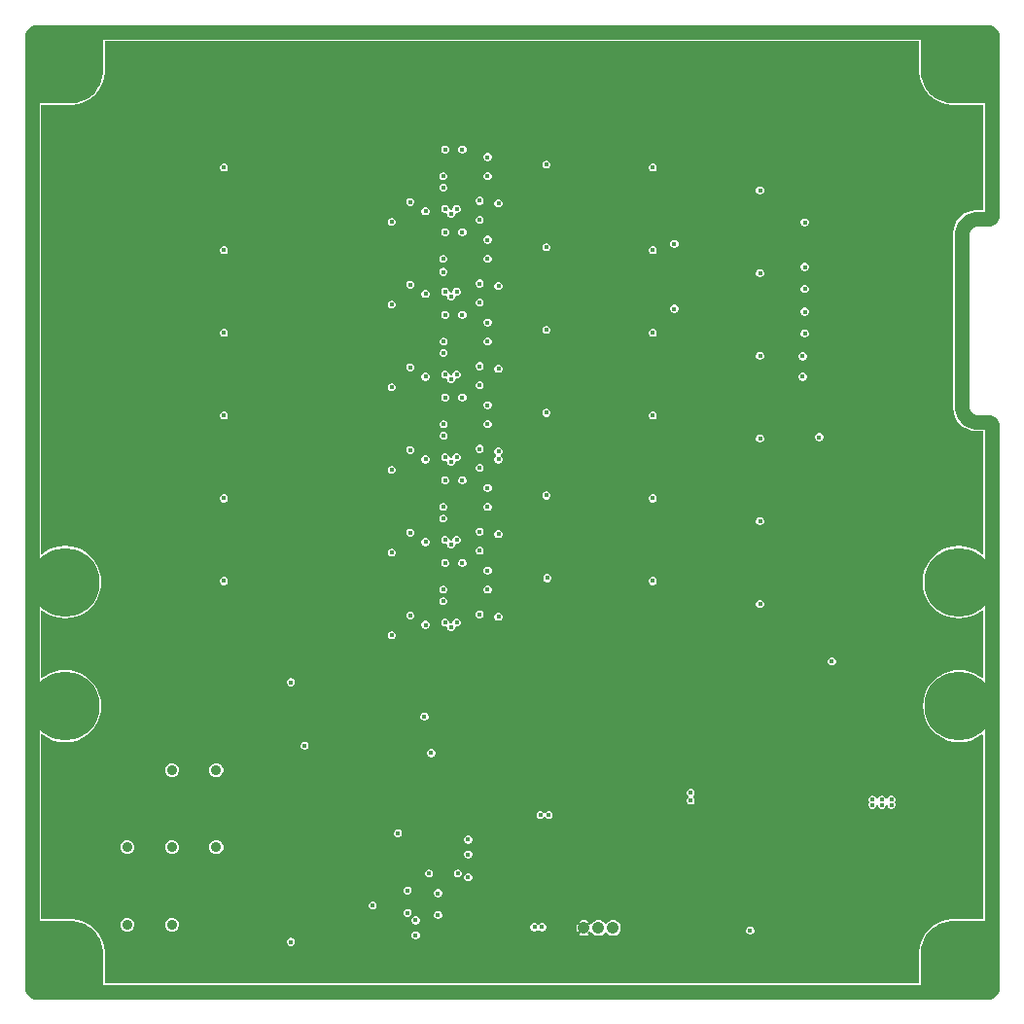
<source format=gbr>
G04*
G04 #@! TF.GenerationSoftware,Altium Limited,Altium Designer,24.1.2 (44)*
G04*
G04 Layer_Physical_Order=2*
G04 Layer_Color=36540*
%FSLAX44Y44*%
%MOMM*%
G71*
G04*
G04 #@! TF.SameCoordinates,D6F851DE-8FF1-4314-BFDA-1A364B18C842*
G04*
G04*
G04 #@! TF.FilePolarity,Positive*
G04*
G01*
G75*
%ADD42C,1.2700*%
%ADD67C,6.0000*%
%ADD68C,0.8000*%
%ADD70C,1.0500*%
%ADD71C,0.4000*%
%ADD72C,0.9000*%
G36*
X843526Y781000D02*
X809293Y781000D01*
X807438Y781000D01*
X803761Y781484D01*
X800179Y782444D01*
X796752Y783863D01*
X793540Y785718D01*
X790598Y787975D01*
X787975Y790598D01*
X785718Y793540D01*
X783863Y796752D01*
X782444Y800179D01*
X781484Y803761D01*
X781000Y807438D01*
X781000Y809293D01*
X781000D01*
Y843526D01*
X843526D01*
Y781000D01*
D02*
G37*
G36*
X69000Y809293D02*
X69000D01*
X69000Y807438D01*
X68516Y803761D01*
X67556Y800179D01*
X66137Y796752D01*
X64282Y793540D01*
X62024Y790598D01*
X59402Y787975D01*
X56460Y785718D01*
X53248Y783863D01*
X49821Y782444D01*
X46239Y781484D01*
X42562Y781000D01*
X40707Y781000D01*
X6474Y781000D01*
Y843526D01*
X69000D01*
Y809293D01*
D02*
G37*
G36*
X779376D02*
X779376Y809293D01*
X779376Y807438D01*
X779419Y807335D01*
X779390Y807226D01*
X779874Y803549D01*
X779930Y803452D01*
X779916Y803341D01*
X780876Y799759D01*
X780944Y799669D01*
Y799557D01*
X782363Y796131D01*
X782443Y796052D01*
X782457Y795940D01*
X784312Y792729D01*
X784400Y792660D01*
X784430Y792552D01*
X786687Y789610D01*
X786785Y789554D01*
X786827Y789450D01*
X789450Y786827D01*
X789554Y786785D01*
X789610Y786687D01*
X792552Y784430D01*
X792660Y784401D01*
X792729Y784312D01*
X795940Y782457D01*
X796052Y782443D01*
X796131Y782363D01*
X799557Y780944D01*
X799669D01*
X799759Y780876D01*
X803341Y779916D01*
X803452Y779930D01*
X803549Y779874D01*
X807226Y779390D01*
X807335Y779419D01*
X807438Y779376D01*
X809293Y779376D01*
X835232Y779376D01*
Y687825D01*
X828860D01*
X828860Y687853D01*
X824998Y687472D01*
X821285Y686346D01*
X817862Y684517D01*
X814863Y682055D01*
X812401Y679055D01*
X810572Y675633D01*
X809445Y671919D01*
X809065Y668057D01*
X809092D01*
Y515497D01*
X809065D01*
X809445Y511635D01*
X810572Y507922D01*
X812401Y504499D01*
X814863Y501500D01*
X817862Y499038D01*
X821285Y497209D01*
X824998Y496082D01*
X828860Y495702D01*
X828860Y495729D01*
X835232D01*
Y388808D01*
X834079Y388276D01*
X832572Y389563D01*
X828345Y392154D01*
X823764Y394051D01*
X818943Y395208D01*
X814000Y395597D01*
X809057Y395208D01*
X804236Y394051D01*
X799655Y392154D01*
X795427Y389563D01*
X791657Y386343D01*
X788437Y382573D01*
X785846Y378345D01*
X783949Y373764D01*
X782792Y368943D01*
X782403Y364000D01*
X782792Y359057D01*
X783949Y354236D01*
X785846Y349655D01*
X788437Y345428D01*
X791657Y341657D01*
X795427Y338437D01*
X799655Y335846D01*
X804236Y333949D01*
X809057Y332792D01*
X814000Y332403D01*
X818943Y332792D01*
X823764Y333949D01*
X828345Y335846D01*
X832572Y338437D01*
X834079Y339724D01*
X835232Y339192D01*
Y281215D01*
X834079Y280683D01*
X833049Y281563D01*
X828822Y284153D01*
X824241Y286051D01*
X819420Y287208D01*
X814477Y287597D01*
X809534Y287208D01*
X804713Y286051D01*
X800132Y284153D01*
X795904Y281563D01*
X792134Y278343D01*
X788914Y274573D01*
X786323Y270345D01*
X784426Y265764D01*
X783269Y260943D01*
X782879Y256000D01*
X783269Y251057D01*
X784426Y246236D01*
X786323Y241655D01*
X788914Y237428D01*
X792134Y233657D01*
X795904Y230437D01*
X800132Y227847D01*
X804713Y225949D01*
X809534Y224792D01*
X814477Y224403D01*
X819420Y224792D01*
X824241Y225949D01*
X828822Y227847D01*
X833049Y230437D01*
X834079Y231317D01*
X835232Y230785D01*
Y70624D01*
X809293Y70624D01*
X807438Y70624D01*
X807335Y70581D01*
X807226Y70610D01*
X803549Y70126D01*
X803452Y70069D01*
X803341Y70084D01*
X799759Y69124D01*
X799669Y69056D01*
X799557D01*
X796131Y67637D01*
X796052Y67557D01*
X795940Y67543D01*
X792729Y65688D01*
X792660Y65599D01*
X792552Y65570D01*
X789610Y63313D01*
X789554Y63215D01*
X789450Y63173D01*
X786827Y60550D01*
X786785Y60447D01*
X786687Y60390D01*
X784430Y57448D01*
X784400Y57340D01*
X784312Y57271D01*
X782457Y54060D01*
X782443Y53948D01*
X782363Y53869D01*
X780944Y50443D01*
Y50331D01*
X780876Y50241D01*
X779916Y46659D01*
X779930Y46548D01*
X779874Y46451D01*
X779390Y42774D01*
X779419Y42665D01*
X779376Y42562D01*
X779376Y40707D01*
X779376Y40707D01*
Y14768D01*
X70624D01*
Y40707D01*
X70624Y40708D01*
X70624Y42562D01*
X70581Y42665D01*
X70610Y42774D01*
X70126Y46451D01*
X70069Y46548D01*
X70084Y46659D01*
X69124Y50241D01*
X69056Y50331D01*
Y50443D01*
X67637Y53869D01*
X67557Y53948D01*
X67543Y54060D01*
X65688Y57271D01*
X65599Y57340D01*
X65570Y57448D01*
X63313Y60390D01*
X63215Y60447D01*
X63173Y60550D01*
X60550Y63173D01*
X60447Y63215D01*
X60390Y63313D01*
X57448Y65570D01*
X57340Y65599D01*
X57271Y65688D01*
X54060Y67543D01*
X53948Y67557D01*
X53869Y67637D01*
X50443Y69056D01*
X50331D01*
X50241Y69124D01*
X46659Y70084D01*
X46548Y70069D01*
X46451Y70126D01*
X42774Y70610D01*
X42665Y70581D01*
X42562Y70624D01*
X40707Y70624D01*
X14768Y70624D01*
Y231192D01*
X15921Y231724D01*
X17428Y230437D01*
X21655Y227847D01*
X26236Y225949D01*
X31057Y224792D01*
X36000Y224403D01*
X40943Y224792D01*
X45764Y225949D01*
X50345Y227847D01*
X54573Y230437D01*
X58343Y233657D01*
X61563Y237428D01*
X64153Y241655D01*
X66051Y246236D01*
X67208Y251057D01*
X67597Y256000D01*
X67208Y260943D01*
X66051Y265764D01*
X64153Y270345D01*
X61563Y274573D01*
X58343Y278343D01*
X54573Y281563D01*
X50345Y284153D01*
X45764Y286051D01*
X40943Y287208D01*
X36000Y287597D01*
X31057Y287208D01*
X26236Y286051D01*
X21655Y284153D01*
X17428Y281563D01*
X15921Y280276D01*
X14768Y280808D01*
Y339192D01*
X15921Y339724D01*
X17428Y338437D01*
X21655Y335846D01*
X26236Y333949D01*
X31057Y332792D01*
X36000Y332403D01*
X40943Y332792D01*
X45764Y333949D01*
X50345Y335846D01*
X54573Y338437D01*
X58343Y341657D01*
X61563Y345428D01*
X64153Y349655D01*
X66051Y354236D01*
X67208Y359057D01*
X67597Y364000D01*
X67208Y368943D01*
X66051Y373764D01*
X64153Y378345D01*
X61563Y382573D01*
X58343Y386343D01*
X54573Y389563D01*
X50345Y392154D01*
X45764Y394051D01*
X40943Y395208D01*
X36000Y395597D01*
X31057Y395208D01*
X26236Y394051D01*
X21655Y392154D01*
X17428Y389563D01*
X15921Y388276D01*
X14768Y388808D01*
Y779376D01*
X40707Y779376D01*
X42562Y779376D01*
X42665Y779419D01*
X42774Y779390D01*
X46451Y779874D01*
X46548Y779930D01*
X46659Y779916D01*
X50241Y780876D01*
X50331Y780944D01*
X50443D01*
X53869Y782363D01*
X53948Y782443D01*
X54060Y782457D01*
X57271Y784312D01*
X57340Y784401D01*
X57448Y784430D01*
X60390Y786687D01*
X60447Y786785D01*
X60550Y786827D01*
X63173Y789450D01*
X63215Y789554D01*
X63313Y789610D01*
X65570Y792552D01*
X65599Y792660D01*
X65688Y792729D01*
X67543Y795940D01*
X67557Y796052D01*
X67637Y796131D01*
X69056Y799557D01*
Y799669D01*
X69124Y799759D01*
X70084Y803341D01*
X70069Y803452D01*
X70126Y803549D01*
X70610Y807226D01*
X70581Y807335D01*
X70624Y807438D01*
X70624Y809292D01*
X70624Y809293D01*
Y835232D01*
X779376D01*
Y809293D01*
D02*
G37*
G36*
X843526Y6474D02*
X781000D01*
Y40707D01*
X781000Y40707D01*
X781000Y40707D01*
X781000Y42562D01*
X781484Y46239D01*
X782444Y49821D01*
X783863Y53248D01*
X785718Y56460D01*
X787975Y59402D01*
X790598Y62024D01*
X793540Y64282D01*
X796752Y66137D01*
X800179Y67556D01*
X803761Y68516D01*
X807438Y69000D01*
X809293Y69000D01*
X843526Y69000D01*
Y6474D01*
D02*
G37*
G36*
X40707Y69000D02*
X42562Y69000D01*
X46239Y68516D01*
X49821Y67556D01*
X53248Y66137D01*
X56460Y64282D01*
X59402Y62024D01*
X62024Y59402D01*
X64282Y56460D01*
X66137Y53248D01*
X67556Y49821D01*
X68516Y46239D01*
X69000Y42562D01*
X69000Y40707D01*
X69000D01*
X69000Y40707D01*
Y6474D01*
X6474D01*
Y69000D01*
X40707Y69000D01*
D02*
G37*
%LPC*%
G36*
X823842Y840620D02*
X821845Y840620D01*
X822542Y838937D01*
X820195Y837965D01*
X819498Y839648D01*
X818085Y838235D01*
X817248Y836214D01*
X817248Y834216D01*
X818931Y834913D01*
X819903Y832567D01*
X818220Y831870D01*
X819633Y830457D01*
X821654Y829620D01*
X823652Y829620D01*
X822955Y831302D01*
X825301Y832274D01*
X825998Y830592D01*
X827411Y832004D01*
X828248Y834026D01*
X828248Y836023D01*
X826566Y835327D01*
X825594Y837673D01*
X827276Y838370D01*
X825864Y839782D01*
X823842Y840620D01*
D02*
G37*
G36*
X804158Y840620D02*
X802136Y839783D01*
X800724Y838370D01*
X802406Y837673D01*
X801434Y835327D01*
X799752Y836023D01*
X799752Y834026D01*
X800589Y832004D01*
X802002Y830592D01*
X802699Y832274D01*
X805045Y831302D01*
X804348Y829620D01*
X806346Y829620D01*
X808367Y830457D01*
X809780Y831870D01*
X808097Y832567D01*
X809069Y834913D01*
X810752Y834216D01*
X810752Y836214D01*
X809914Y838235D01*
X808502Y839648D01*
X807805Y837965D01*
X805459Y838937D01*
X806155Y840620D01*
X804158Y840620D01*
D02*
G37*
G36*
X793974Y828248D02*
X791977Y828248D01*
X792673Y826566D01*
X790327Y825594D01*
X789630Y827276D01*
X788217Y825864D01*
X787380Y823842D01*
X787380Y821845D01*
X789063Y822542D01*
X790035Y820195D01*
X788352Y819498D01*
X789765Y818085D01*
X791786Y817248D01*
X793784Y817248D01*
X793087Y818931D01*
X795433Y819903D01*
X796130Y818220D01*
X797543Y819633D01*
X798380Y821654D01*
X798380Y823652D01*
X796698Y822955D01*
X795726Y825301D01*
X797408Y825998D01*
X795996Y827411D01*
X793974Y828248D01*
D02*
G37*
G36*
X834026D02*
X832004Y827411D01*
X830592Y825998D01*
X832274Y825301D01*
X831302Y822955D01*
X829620Y823652D01*
X829620Y821654D01*
X830457Y819633D01*
X831870Y818220D01*
X832567Y819903D01*
X834913Y818931D01*
X834216Y817248D01*
X836214Y817248D01*
X838235Y818085D01*
X839648Y819498D01*
X837965Y820195D01*
X838937Y822542D01*
X840620Y821845D01*
X840620Y823842D01*
X839783Y825864D01*
X838370Y827276D01*
X837673Y825594D01*
X835327Y826566D01*
X836023Y828248D01*
X834026Y828248D01*
D02*
G37*
G36*
X836214Y810752D02*
X834216Y810752D01*
X834913Y809069D01*
X832567Y808097D01*
X831870Y809780D01*
X830457Y808367D01*
X829620Y806346D01*
X829620Y804348D01*
X831302Y805045D01*
X832274Y802699D01*
X830592Y802002D01*
X832004Y800589D01*
X834026Y799752D01*
X836023Y799752D01*
X835327Y801434D01*
X837673Y802406D01*
X838370Y800724D01*
X839782Y802136D01*
X840620Y804158D01*
X840620Y806155D01*
X838937Y805459D01*
X837965Y807805D01*
X839648Y808502D01*
X838235Y809914D01*
X836214Y810752D01*
D02*
G37*
G36*
X791786D02*
X789765Y809914D01*
X788352Y808502D01*
X790035Y807805D01*
X789063Y805459D01*
X787380Y806155D01*
X787380Y804158D01*
X788217Y802136D01*
X789630Y800724D01*
X790327Y802406D01*
X792673Y801434D01*
X791977Y799752D01*
X793974Y799752D01*
X795996Y800589D01*
X797408Y802002D01*
X795726Y802699D01*
X796698Y805045D01*
X798380Y804348D01*
X798380Y806346D01*
X797543Y808367D01*
X796130Y809780D01*
X795433Y808097D01*
X793087Y809069D01*
X793784Y810752D01*
X791786Y810752D01*
D02*
G37*
G36*
X806346Y798380D02*
X804348Y798380D01*
X805045Y796698D01*
X802699Y795726D01*
X802002Y797408D01*
X800589Y795996D01*
X799752Y793974D01*
X799752Y791977D01*
X801434Y792673D01*
X802406Y790327D01*
X800724Y789630D01*
X802136Y788217D01*
X804158Y787380D01*
X806155Y787380D01*
X805459Y789063D01*
X807805Y790035D01*
X808502Y788352D01*
X809914Y789765D01*
X810752Y791786D01*
X810752Y793784D01*
X809069Y793087D01*
X808097Y795433D01*
X809780Y796130D01*
X808367Y797543D01*
X806346Y798380D01*
D02*
G37*
G36*
X821654Y798380D02*
X819633Y797543D01*
X818220Y796130D01*
X819903Y795433D01*
X818931Y793087D01*
X817248Y793784D01*
X817248Y791786D01*
X818085Y789765D01*
X819498Y788352D01*
X820195Y790035D01*
X822542Y789063D01*
X821845Y787380D01*
X823842Y787380D01*
X825864Y788217D01*
X827276Y789630D01*
X825594Y790327D01*
X826566Y792673D01*
X828248Y791977D01*
X828248Y793974D01*
X827411Y795996D01*
X825998Y797408D01*
X825301Y795726D01*
X822955Y796698D01*
X823652Y798380D01*
X821654Y798380D01*
D02*
G37*
G36*
X45842Y840620D02*
X43845Y840620D01*
X44542Y838937D01*
X42195Y837965D01*
X41498Y839648D01*
X40086Y838235D01*
X39248Y836214D01*
X39248Y834216D01*
X40931Y834913D01*
X41903Y832567D01*
X40220Y831870D01*
X41633Y830457D01*
X43654Y829620D01*
X45652Y829620D01*
X44955Y831302D01*
X47301Y832274D01*
X47998Y830592D01*
X49411Y832004D01*
X50248Y834026D01*
X50248Y836023D01*
X48566Y835327D01*
X47594Y837673D01*
X49276Y838370D01*
X47864Y839782D01*
X45842Y840620D01*
D02*
G37*
G36*
X26158Y840620D02*
X24136Y839783D01*
X22724Y838370D01*
X24406Y837673D01*
X23434Y835327D01*
X21752Y836023D01*
X21752Y834026D01*
X22589Y832004D01*
X24002Y830592D01*
X24699Y832274D01*
X27045Y831302D01*
X26348Y829620D01*
X28346Y829620D01*
X30367Y830457D01*
X31780Y831870D01*
X30097Y832567D01*
X31069Y834913D01*
X32752Y834216D01*
X32752Y836214D01*
X31915Y838235D01*
X30502Y839648D01*
X29805Y837965D01*
X27459Y838937D01*
X28155Y840620D01*
X26158Y840620D01*
D02*
G37*
G36*
X15974Y828248D02*
X13977Y828248D01*
X14674Y826566D01*
X12327Y825594D01*
X11630Y827276D01*
X10217Y825864D01*
X9380Y823842D01*
X9380Y821845D01*
X11063Y822542D01*
X12035Y820195D01*
X10352Y819498D01*
X11765Y818085D01*
X13786Y817248D01*
X15784Y817248D01*
X15087Y818931D01*
X17433Y819903D01*
X18130Y818220D01*
X19543Y819633D01*
X20380Y821654D01*
X20380Y823652D01*
X18698Y822955D01*
X17726Y825301D01*
X19408Y825998D01*
X17996Y827411D01*
X15974Y828248D01*
D02*
G37*
G36*
X56026D02*
X54004Y827411D01*
X52592Y825998D01*
X54274Y825301D01*
X53302Y822955D01*
X51620Y823652D01*
X51620Y821654D01*
X52457Y819633D01*
X53870Y818220D01*
X54567Y819903D01*
X56913Y818931D01*
X56216Y817248D01*
X58214Y817248D01*
X60235Y818085D01*
X61648Y819498D01*
X59965Y820195D01*
X60937Y822542D01*
X62620Y821845D01*
X62620Y823842D01*
X61783Y825864D01*
X60370Y827276D01*
X59673Y825594D01*
X57326Y826566D01*
X58023Y828248D01*
X56026Y828248D01*
D02*
G37*
G36*
X58214Y810752D02*
X56216Y810752D01*
X56913Y809069D01*
X54567Y808097D01*
X53870Y809780D01*
X52457Y808367D01*
X51620Y806346D01*
X51620Y804348D01*
X53302Y805045D01*
X54274Y802699D01*
X52592Y802002D01*
X54004Y800589D01*
X56026Y799752D01*
X58023Y799752D01*
X57326Y801434D01*
X59673Y802406D01*
X60370Y800724D01*
X61783Y802136D01*
X62620Y804158D01*
X62620Y806155D01*
X60937Y805459D01*
X59965Y807805D01*
X61648Y808502D01*
X60235Y809914D01*
X58214Y810752D01*
D02*
G37*
G36*
X13786D02*
X11765Y809914D01*
X10352Y808502D01*
X12035Y807805D01*
X11063Y805459D01*
X9380Y806155D01*
X9380Y804158D01*
X10217Y802136D01*
X11630Y800724D01*
X12327Y802406D01*
X14674Y801434D01*
X13977Y799752D01*
X15974Y799752D01*
X17996Y800589D01*
X19408Y802002D01*
X17726Y802699D01*
X18698Y805045D01*
X20380Y804348D01*
X20380Y806346D01*
X19543Y808367D01*
X18130Y809780D01*
X17433Y808097D01*
X15087Y809069D01*
X15784Y810752D01*
X13786Y810752D01*
D02*
G37*
G36*
X28346Y798380D02*
X26348Y798380D01*
X27045Y796698D01*
X24699Y795726D01*
X24002Y797408D01*
X22589Y795996D01*
X21752Y793974D01*
X21752Y791977D01*
X23434Y792673D01*
X24406Y790327D01*
X22724Y789630D01*
X24136Y788217D01*
X26158Y787380D01*
X28155Y787380D01*
X27459Y789063D01*
X29805Y790035D01*
X30502Y788352D01*
X31915Y789765D01*
X32752Y791786D01*
X32752Y793784D01*
X31069Y793087D01*
X30097Y795433D01*
X31780Y796130D01*
X30367Y797543D01*
X28346Y798380D01*
D02*
G37*
G36*
X43654Y798380D02*
X41633Y797543D01*
X40220Y796130D01*
X41903Y795433D01*
X40931Y793087D01*
X39248Y793784D01*
X39248Y791786D01*
X40086Y789765D01*
X41498Y788352D01*
X42195Y790035D01*
X44542Y789063D01*
X43845Y787380D01*
X45842Y787380D01*
X47864Y788217D01*
X49276Y789630D01*
X47594Y790327D01*
X48566Y792673D01*
X50248Y791977D01*
X50248Y793974D01*
X49411Y795996D01*
X47998Y797408D01*
X47301Y795726D01*
X44955Y796698D01*
X45652Y798380D01*
X43654Y798380D01*
D02*
G37*
G36*
X382546Y744184D02*
X381154D01*
X379868Y743651D01*
X378883Y742667D01*
X378350Y741380D01*
Y739988D01*
X378883Y738701D01*
X379868Y737717D01*
X381154Y737184D01*
X382546D01*
X383833Y737717D01*
X384817Y738701D01*
X385350Y739988D01*
Y741380D01*
X384817Y742667D01*
X383833Y743651D01*
X382546Y744184D01*
D02*
G37*
G36*
X367546D02*
X366154D01*
X364867Y743651D01*
X363883Y742667D01*
X363350Y741380D01*
Y739988D01*
X363883Y738701D01*
X364867Y737717D01*
X366154Y737184D01*
X367546D01*
X368833Y737717D01*
X369817Y738701D01*
X370350Y739988D01*
Y741380D01*
X369817Y742667D01*
X368833Y743651D01*
X367546Y744184D01*
D02*
G37*
G36*
X404556Y737524D02*
X403164D01*
X401877Y736991D01*
X400893Y736007D01*
X400360Y734720D01*
Y733328D01*
X400893Y732041D01*
X401877Y731057D01*
X403164Y730524D01*
X404556D01*
X405843Y731057D01*
X406827Y732041D01*
X407360Y733328D01*
Y734720D01*
X406827Y736007D01*
X405843Y736991D01*
X404556Y737524D01*
D02*
G37*
G36*
X455695Y731000D02*
X454303D01*
X453016Y730467D01*
X452032Y729483D01*
X451499Y728196D01*
Y726804D01*
X452032Y725517D01*
X453016Y724533D01*
X454303Y724000D01*
X455695D01*
X456982Y724533D01*
X457966Y725517D01*
X458499Y726804D01*
Y728196D01*
X457966Y729483D01*
X456982Y730467D01*
X455695Y731000D01*
D02*
G37*
G36*
X548320Y728500D02*
X546928D01*
X545641Y727967D01*
X544657Y726982D01*
X544124Y725696D01*
Y724304D01*
X544657Y723017D01*
X545641Y722033D01*
X546928Y721500D01*
X548320D01*
X549607Y722033D01*
X550591Y723017D01*
X551124Y724304D01*
Y725696D01*
X550591Y726982D01*
X549607Y727967D01*
X548320Y728500D01*
D02*
G37*
G36*
X174960D02*
X173568D01*
X172281Y727967D01*
X171297Y726982D01*
X170764Y725696D01*
Y724304D01*
X171297Y723017D01*
X172281Y722033D01*
X173568Y721500D01*
X174960D01*
X176247Y722033D01*
X177231Y723017D01*
X177764Y724304D01*
Y725696D01*
X177231Y726982D01*
X176247Y727967D01*
X174960Y728500D01*
D02*
G37*
G36*
X404556Y721050D02*
X403164D01*
X401877Y720517D01*
X400893Y719533D01*
X400360Y718246D01*
Y716854D01*
X400893Y715567D01*
X401877Y714583D01*
X403164Y714050D01*
X404556D01*
X405843Y714583D01*
X406827Y715567D01*
X407360Y716854D01*
Y718246D01*
X406827Y719533D01*
X405843Y720517D01*
X404556Y721050D01*
D02*
G37*
G36*
X365912D02*
X364520D01*
X363233Y720517D01*
X362249Y719533D01*
X361716Y718246D01*
Y716854D01*
X362249Y715567D01*
X363233Y714583D01*
X364520Y714050D01*
X365912D01*
X367199Y714583D01*
X368183Y715567D01*
X368716Y716854D01*
Y718246D01*
X368183Y719533D01*
X367199Y720517D01*
X365912Y721050D01*
D02*
G37*
G36*
Y711000D02*
X364520D01*
X363233Y710467D01*
X362249Y709483D01*
X361716Y708196D01*
Y706804D01*
X362249Y705517D01*
X363233Y704533D01*
X364520Y704000D01*
X365912D01*
X367199Y704533D01*
X368183Y705517D01*
X368716Y706804D01*
Y708196D01*
X368183Y709483D01*
X367199Y710467D01*
X365912Y711000D01*
D02*
G37*
G36*
X641660Y708500D02*
X640268D01*
X638981Y707967D01*
X637997Y706982D01*
X637464Y705696D01*
Y704304D01*
X637997Y703017D01*
X638981Y702033D01*
X640268Y701500D01*
X641660D01*
X642947Y702033D01*
X643931Y703017D01*
X644464Y704304D01*
Y705696D01*
X643931Y706982D01*
X642947Y707967D01*
X641660Y708500D01*
D02*
G37*
G36*
X397612Y699476D02*
X396220D01*
X394933Y698943D01*
X393949Y697959D01*
X393416Y696672D01*
Y695280D01*
X393949Y693993D01*
X394933Y693009D01*
X396220Y692476D01*
X397612D01*
X398899Y693009D01*
X399883Y693993D01*
X400416Y695280D01*
Y696672D01*
X399883Y697959D01*
X398899Y698943D01*
X397612Y699476D01*
D02*
G37*
G36*
X337156Y698500D02*
X335764D01*
X334477Y697967D01*
X333493Y696982D01*
X332960Y695696D01*
Y694304D01*
X333493Y693017D01*
X334477Y692033D01*
X335764Y691500D01*
X337156D01*
X338442Y692033D01*
X339427Y693017D01*
X339960Y694304D01*
Y695696D01*
X339427Y696982D01*
X338442Y697967D01*
X337156Y698500D01*
D02*
G37*
G36*
X413938Y697287D02*
X412545D01*
X411259Y696754D01*
X410275Y695770D01*
X409742Y694483D01*
Y693091D01*
X410275Y691804D01*
X411259Y690820D01*
X412545Y690287D01*
X413938D01*
X415224Y690820D01*
X416209Y691804D01*
X416742Y693091D01*
Y694483D01*
X416209Y695770D01*
X415224Y696754D01*
X413938Y697287D01*
D02*
G37*
G36*
X377546Y692310D02*
X376154D01*
X374867Y691777D01*
X373883Y690793D01*
X373350Y689506D01*
Y689352D01*
X372546Y688310D01*
X371154D01*
X370350Y689352D01*
Y689506D01*
X369817Y690793D01*
X368833Y691777D01*
X367546Y692310D01*
X366154D01*
X364867Y691777D01*
X363883Y690793D01*
X363350Y689506D01*
Y688114D01*
X363883Y686827D01*
X364867Y685843D01*
X366154Y685310D01*
X367546D01*
X368350Y684268D01*
Y684114D01*
X368883Y682827D01*
X369868Y681843D01*
X371154Y681310D01*
X372546D01*
X373833Y681843D01*
X374817Y682827D01*
X375350Y684114D01*
Y684268D01*
X376154Y685310D01*
X377546D01*
X378833Y685843D01*
X379817Y686827D01*
X380350Y688114D01*
Y689506D01*
X379817Y690793D01*
X378833Y691777D01*
X377546Y692310D01*
D02*
G37*
G36*
X350474Y690314D02*
X349082D01*
X347795Y689781D01*
X346811Y688797D01*
X346278Y687511D01*
Y686118D01*
X346811Y684832D01*
X347795Y683847D01*
X349082Y683314D01*
X350474D01*
X351761Y683847D01*
X352745Y684832D01*
X353278Y686118D01*
Y687511D01*
X352745Y688797D01*
X351761Y689781D01*
X350474Y690314D01*
D02*
G37*
G36*
X397612Y682950D02*
X396220D01*
X394933Y682417D01*
X393949Y681433D01*
X393416Y680146D01*
Y678754D01*
X393949Y677467D01*
X394933Y676483D01*
X396220Y675950D01*
X397612D01*
X398899Y676483D01*
X399883Y677467D01*
X400416Y678754D01*
Y680146D01*
X399883Y681433D01*
X398899Y682417D01*
X397612Y682950D01*
D02*
G37*
G36*
X321155Y681252D02*
X319762D01*
X318476Y680719D01*
X317491Y679734D01*
X316959Y678448D01*
Y677055D01*
X317491Y675769D01*
X318476Y674784D01*
X319762Y674252D01*
X321155D01*
X322441Y674784D01*
X323426Y675769D01*
X323959Y677055D01*
Y678448D01*
X323426Y679734D01*
X322441Y680719D01*
X321155Y681252D01*
D02*
G37*
G36*
X680680Y680711D02*
X679288D01*
X678001Y680179D01*
X677017Y679194D01*
X676484Y677908D01*
Y676515D01*
X677017Y675229D01*
X678001Y674244D01*
X679288Y673711D01*
X680680D01*
X681967Y674244D01*
X682951Y675229D01*
X683484Y676515D01*
Y677908D01*
X682951Y679194D01*
X681967Y680179D01*
X680680Y680711D01*
D02*
G37*
G36*
X382546Y672184D02*
X381154D01*
X379868Y671651D01*
X378883Y670667D01*
X378350Y669380D01*
Y667988D01*
X378883Y666701D01*
X379868Y665717D01*
X381154Y665184D01*
X382546D01*
X383833Y665717D01*
X384817Y666701D01*
X385350Y667988D01*
Y669380D01*
X384817Y670667D01*
X383833Y671651D01*
X382546Y672184D01*
D02*
G37*
G36*
X367546D02*
X366154D01*
X364867Y671651D01*
X363883Y670667D01*
X363350Y669380D01*
Y667988D01*
X363883Y666701D01*
X364867Y665717D01*
X366154Y665184D01*
X367546D01*
X368833Y665717D01*
X369817Y666701D01*
X370350Y667988D01*
Y669380D01*
X369817Y670667D01*
X368833Y671651D01*
X367546Y672184D01*
D02*
G37*
G36*
X404556Y665524D02*
X403164D01*
X401877Y664991D01*
X400893Y664007D01*
X400360Y662720D01*
Y661328D01*
X400893Y660041D01*
X401877Y659057D01*
X403164Y658524D01*
X404556D01*
X405843Y659057D01*
X406827Y660041D01*
X407360Y661328D01*
Y662720D01*
X406827Y664007D01*
X405843Y664991D01*
X404556Y665524D01*
D02*
G37*
G36*
X567116Y661994D02*
X565724D01*
X564437Y661461D01*
X563453Y660477D01*
X562920Y659190D01*
Y657798D01*
X563453Y656511D01*
X564437Y655527D01*
X565724Y654994D01*
X567116D01*
X568403Y655527D01*
X569387Y656511D01*
X569920Y657798D01*
Y659190D01*
X569387Y660477D01*
X568403Y661461D01*
X567116Y661994D01*
D02*
G37*
G36*
X455695Y659000D02*
X454303D01*
X453016Y658467D01*
X452032Y657483D01*
X451499Y656196D01*
Y654804D01*
X452032Y653517D01*
X453016Y652533D01*
X454303Y652000D01*
X455695D01*
X456982Y652533D01*
X457966Y653517D01*
X458499Y654804D01*
Y656196D01*
X457966Y657483D01*
X456982Y658467D01*
X455695Y659000D01*
D02*
G37*
G36*
X548320Y656500D02*
X546928D01*
X545641Y655967D01*
X544657Y654983D01*
X544124Y653696D01*
Y652304D01*
X544657Y651017D01*
X545641Y650033D01*
X546928Y649500D01*
X548320D01*
X549607Y650033D01*
X550591Y651017D01*
X551124Y652304D01*
Y653696D01*
X550591Y654983D01*
X549607Y655967D01*
X548320Y656500D01*
D02*
G37*
G36*
X174960D02*
X173568D01*
X172281Y655967D01*
X171297Y654983D01*
X170764Y653696D01*
Y652304D01*
X171297Y651017D01*
X172281Y650033D01*
X173568Y649500D01*
X174960D01*
X176247Y650033D01*
X177231Y651017D01*
X177764Y652304D01*
Y653696D01*
X177231Y654983D01*
X176247Y655967D01*
X174960Y656500D01*
D02*
G37*
G36*
X404556Y649050D02*
X403164D01*
X401877Y648517D01*
X400893Y647533D01*
X400360Y646246D01*
Y644854D01*
X400893Y643567D01*
X401877Y642583D01*
X403164Y642050D01*
X404556D01*
X405843Y642583D01*
X406827Y643567D01*
X407360Y644854D01*
Y646246D01*
X406827Y647533D01*
X405843Y648517D01*
X404556Y649050D01*
D02*
G37*
G36*
X365912D02*
X364520D01*
X363233Y648517D01*
X362249Y647533D01*
X361716Y646246D01*
Y644854D01*
X362249Y643567D01*
X363233Y642583D01*
X364520Y642050D01*
X365912D01*
X367199Y642583D01*
X368183Y643567D01*
X368716Y644854D01*
Y646246D01*
X368183Y647533D01*
X367199Y648517D01*
X365912Y649050D01*
D02*
G37*
G36*
X680680Y641820D02*
X679288D01*
X678001Y641287D01*
X677017Y640302D01*
X676484Y639016D01*
Y637623D01*
X677017Y636337D01*
X678001Y635352D01*
X679288Y634820D01*
X680680D01*
X681967Y635352D01*
X682951Y636337D01*
X683484Y637623D01*
Y639016D01*
X682951Y640302D01*
X681967Y641287D01*
X680680Y641820D01*
D02*
G37*
G36*
X365912Y637627D02*
X364520D01*
X363233Y637094D01*
X362249Y636110D01*
X361716Y634823D01*
Y633431D01*
X362249Y632144D01*
X363233Y631160D01*
X364520Y630627D01*
X365912D01*
X367199Y631160D01*
X368183Y632144D01*
X368716Y633431D01*
Y634823D01*
X368183Y636110D01*
X367199Y637094D01*
X365912Y637627D01*
D02*
G37*
G36*
X641660Y636500D02*
X640268D01*
X638981Y635967D01*
X637997Y634983D01*
X637464Y633696D01*
Y632304D01*
X637997Y631017D01*
X638981Y630033D01*
X640268Y629500D01*
X641660D01*
X642947Y630033D01*
X643931Y631017D01*
X644464Y632304D01*
Y633696D01*
X643931Y634983D01*
X642947Y635967D01*
X641660Y636500D01*
D02*
G37*
G36*
X397612Y627476D02*
X396220D01*
X394933Y626943D01*
X393949Y625959D01*
X393416Y624672D01*
Y623280D01*
X393949Y621993D01*
X394933Y621009D01*
X396220Y620476D01*
X397612D01*
X398899Y621009D01*
X399883Y621993D01*
X400416Y623280D01*
Y624672D01*
X399883Y625959D01*
X398899Y626943D01*
X397612Y627476D01*
D02*
G37*
G36*
X337156Y626500D02*
X335764D01*
X334477Y625967D01*
X333493Y624982D01*
X332960Y623696D01*
Y622304D01*
X333493Y621017D01*
X334477Y620033D01*
X335764Y619500D01*
X337156D01*
X338442Y620033D01*
X339427Y621017D01*
X339960Y622304D01*
Y623696D01*
X339427Y624982D01*
X338442Y625967D01*
X337156Y626500D01*
D02*
G37*
G36*
X413938Y625287D02*
X412545D01*
X411259Y624754D01*
X410275Y623769D01*
X409742Y622483D01*
Y621091D01*
X410275Y619804D01*
X411259Y618820D01*
X412545Y618287D01*
X413938D01*
X415224Y618820D01*
X416209Y619804D01*
X416742Y621091D01*
Y622483D01*
X416209Y623769D01*
X415224Y624754D01*
X413938Y625287D01*
D02*
G37*
G36*
X377546Y620310D02*
X376154D01*
X374868Y619777D01*
X373883Y618793D01*
X373350Y617506D01*
Y617352D01*
X372546Y616310D01*
X371154D01*
X370350Y617352D01*
Y617506D01*
X369817Y618793D01*
X368833Y619777D01*
X367546Y620310D01*
X366154D01*
X364868Y619777D01*
X363883Y618793D01*
X363350Y617506D01*
Y616114D01*
X363883Y614827D01*
X364868Y613843D01*
X366154Y613310D01*
X367546D01*
X368350Y612268D01*
Y612114D01*
X368883Y610827D01*
X369868Y609843D01*
X371154Y609310D01*
X372546D01*
X373833Y609843D01*
X374817Y610827D01*
X375350Y612114D01*
Y612268D01*
X376154Y613310D01*
X377546D01*
X378833Y613843D01*
X379817Y614827D01*
X380350Y616114D01*
Y617506D01*
X379817Y618793D01*
X378833Y619777D01*
X377546Y620310D01*
D02*
G37*
G36*
X680680Y622820D02*
X679288D01*
X678001Y622287D01*
X677017Y621302D01*
X676484Y620016D01*
Y618623D01*
X677017Y617337D01*
X678001Y616352D01*
X679288Y615820D01*
X680680D01*
X681967Y616352D01*
X682951Y617337D01*
X683484Y618623D01*
Y620016D01*
X682951Y621302D01*
X681967Y622287D01*
X680680Y622820D01*
D02*
G37*
G36*
X350474Y618314D02*
X349082D01*
X347795Y617782D01*
X346811Y616797D01*
X346278Y615511D01*
Y614118D01*
X346811Y612832D01*
X347795Y611847D01*
X349082Y611314D01*
X350474D01*
X351761Y611847D01*
X352745Y612832D01*
X353278Y614118D01*
Y615511D01*
X352745Y616797D01*
X351761Y617782D01*
X350474Y618314D01*
D02*
G37*
G36*
X397612Y610950D02*
X396220D01*
X394933Y610417D01*
X393949Y609433D01*
X393416Y608146D01*
Y606754D01*
X393949Y605467D01*
X394933Y604483D01*
X396220Y603950D01*
X397612D01*
X398899Y604483D01*
X399883Y605467D01*
X400416Y606754D01*
Y608146D01*
X399883Y609433D01*
X398899Y610417D01*
X397612Y610950D01*
D02*
G37*
G36*
X321154Y609250D02*
X319762D01*
X318475Y608717D01*
X317491Y607733D01*
X316958Y606446D01*
Y605054D01*
X317491Y603767D01*
X318475Y602783D01*
X319762Y602250D01*
X321154D01*
X322441Y602783D01*
X323425Y603767D01*
X323958Y605054D01*
Y606446D01*
X323425Y607733D01*
X322441Y608717D01*
X321154Y609250D01*
D02*
G37*
G36*
X567116Y605480D02*
X565724D01*
X564437Y604947D01*
X563453Y603963D01*
X562920Y602676D01*
Y601284D01*
X563453Y599997D01*
X564437Y599013D01*
X565724Y598480D01*
X567116D01*
X568403Y599013D01*
X569387Y599997D01*
X569920Y601284D01*
Y602676D01*
X569387Y603963D01*
X568403Y604947D01*
X567116Y605480D01*
D02*
G37*
G36*
X680680Y602928D02*
X679288D01*
X678001Y602395D01*
X677017Y601410D01*
X676484Y600124D01*
Y598732D01*
X677017Y597445D01*
X678001Y596461D01*
X679288Y595928D01*
X680680D01*
X681967Y596461D01*
X682951Y597445D01*
X683484Y598732D01*
Y600124D01*
X682951Y601410D01*
X681967Y602395D01*
X680680Y602928D01*
D02*
G37*
G36*
X382546Y600184D02*
X381154D01*
X379868Y599651D01*
X378883Y598667D01*
X378350Y597380D01*
Y595988D01*
X378883Y594701D01*
X379868Y593717D01*
X381154Y593184D01*
X382546D01*
X383833Y593717D01*
X384817Y594701D01*
X385350Y595988D01*
Y597380D01*
X384817Y598667D01*
X383833Y599651D01*
X382546Y600184D01*
D02*
G37*
G36*
X367546D02*
X366154D01*
X364867Y599651D01*
X363883Y598667D01*
X363350Y597380D01*
Y595988D01*
X363883Y594701D01*
X364867Y593717D01*
X366154Y593184D01*
X367546D01*
X368833Y593717D01*
X369817Y594701D01*
X370350Y595988D01*
Y597380D01*
X369817Y598667D01*
X368833Y599651D01*
X367546Y600184D01*
D02*
G37*
G36*
X404556Y593524D02*
X403164D01*
X401877Y592991D01*
X400893Y592007D01*
X400360Y590720D01*
Y589328D01*
X400893Y588041D01*
X401877Y587057D01*
X403164Y586524D01*
X404556D01*
X405843Y587057D01*
X406827Y588041D01*
X407360Y589328D01*
Y590720D01*
X406827Y592007D01*
X405843Y592991D01*
X404556Y593524D01*
D02*
G37*
G36*
X455695Y587000D02*
X454303D01*
X453016Y586467D01*
X452032Y585482D01*
X451499Y584196D01*
Y582804D01*
X452032Y581517D01*
X453016Y580533D01*
X454303Y580000D01*
X455695D01*
X456982Y580533D01*
X457966Y581517D01*
X458499Y582804D01*
Y584196D01*
X457966Y585482D01*
X456982Y586467D01*
X455695Y587000D01*
D02*
G37*
G36*
X548320Y584500D02*
X546928D01*
X545641Y583967D01*
X544657Y582982D01*
X544124Y581696D01*
Y580304D01*
X544657Y579017D01*
X545641Y578033D01*
X546928Y577500D01*
X548320D01*
X549607Y578033D01*
X550591Y579017D01*
X551124Y580304D01*
Y581696D01*
X550591Y582982D01*
X549607Y583967D01*
X548320Y584500D01*
D02*
G37*
G36*
X174960D02*
X173568D01*
X172281Y583967D01*
X171297Y582982D01*
X170764Y581696D01*
Y580304D01*
X171297Y579017D01*
X172281Y578033D01*
X173568Y577500D01*
X174960D01*
X176247Y578033D01*
X177231Y579017D01*
X177764Y580304D01*
Y581696D01*
X177231Y582982D01*
X176247Y583967D01*
X174960Y584500D01*
D02*
G37*
G36*
X680680Y583928D02*
X679288D01*
X678001Y583395D01*
X677017Y582410D01*
X676484Y581124D01*
Y579732D01*
X677017Y578445D01*
X678001Y577461D01*
X679288Y576928D01*
X680680D01*
X681967Y577461D01*
X682951Y578445D01*
X683484Y579732D01*
Y581124D01*
X682951Y582410D01*
X681967Y583395D01*
X680680Y583928D01*
D02*
G37*
G36*
X404556Y577050D02*
X403164D01*
X401877Y576517D01*
X400893Y575533D01*
X400360Y574246D01*
Y572854D01*
X400893Y571567D01*
X401877Y570583D01*
X403164Y570050D01*
X404556D01*
X405843Y570583D01*
X406827Y571567D01*
X407360Y572854D01*
Y574246D01*
X406827Y575533D01*
X405843Y576517D01*
X404556Y577050D01*
D02*
G37*
G36*
X366173D02*
X364781D01*
X363494Y576517D01*
X362510Y575533D01*
X361977Y574246D01*
Y572854D01*
X362510Y571567D01*
X363494Y570583D01*
X364781Y570050D01*
X366173D01*
X367460Y570583D01*
X368444Y571567D01*
X368977Y572854D01*
Y574246D01*
X368444Y575533D01*
X367460Y576517D01*
X366173Y577050D01*
D02*
G37*
G36*
Y567000D02*
X364781D01*
X363494Y566467D01*
X362510Y565482D01*
X361977Y564196D01*
Y562804D01*
X362510Y561517D01*
X363494Y560533D01*
X364781Y560000D01*
X366173D01*
X367460Y560533D01*
X368444Y561517D01*
X368977Y562804D01*
Y564196D01*
X368444Y565482D01*
X367460Y566467D01*
X366173Y567000D01*
D02*
G37*
G36*
X641660Y564500D02*
X640268D01*
X638981Y563967D01*
X637997Y562982D01*
X637464Y561696D01*
Y560304D01*
X637997Y559017D01*
X638981Y558033D01*
X640268Y557500D01*
X641660D01*
X642947Y558033D01*
X643931Y559017D01*
X644464Y560304D01*
Y561696D01*
X643931Y562982D01*
X642947Y563967D01*
X641660Y564500D01*
D02*
G37*
G36*
X678876Y564036D02*
X677484D01*
X676197Y563503D01*
X675213Y562519D01*
X674680Y561232D01*
Y559840D01*
X675213Y558553D01*
X676197Y557569D01*
X677484Y557036D01*
X678876D01*
X680163Y557569D01*
X681147Y558553D01*
X681680Y559840D01*
Y561232D01*
X681147Y562519D01*
X680163Y563503D01*
X678876Y564036D01*
D02*
G37*
G36*
X397612Y555476D02*
X396220D01*
X394933Y554943D01*
X393949Y553959D01*
X393416Y552672D01*
Y551280D01*
X393949Y549993D01*
X394933Y549009D01*
X396220Y548476D01*
X397612D01*
X398899Y549009D01*
X399883Y549993D01*
X400416Y551280D01*
Y552672D01*
X399883Y553959D01*
X398899Y554943D01*
X397612Y555476D01*
D02*
G37*
G36*
X337156Y554500D02*
X335764D01*
X334477Y553967D01*
X333493Y552982D01*
X332960Y551696D01*
Y550304D01*
X333493Y549017D01*
X334477Y548033D01*
X335764Y547500D01*
X337156D01*
X338442Y548033D01*
X339427Y549017D01*
X339960Y550304D01*
Y551696D01*
X339427Y552982D01*
X338442Y553967D01*
X337156Y554500D01*
D02*
G37*
G36*
X413938Y553287D02*
X412545D01*
X411259Y552754D01*
X410275Y551769D01*
X409742Y550483D01*
Y549091D01*
X410275Y547804D01*
X411259Y546820D01*
X412545Y546287D01*
X413938D01*
X415224Y546820D01*
X416209Y547804D01*
X416742Y549091D01*
Y550483D01*
X416209Y551769D01*
X415224Y552754D01*
X413938Y553287D01*
D02*
G37*
G36*
X377546Y548310D02*
X376154D01*
X374867Y547777D01*
X373883Y546793D01*
X373350Y545506D01*
Y545352D01*
X372546Y544310D01*
X371154D01*
X370350Y545352D01*
Y545506D01*
X369817Y546793D01*
X368833Y547777D01*
X367546Y548310D01*
X366154D01*
X364867Y547777D01*
X363883Y546793D01*
X363350Y545506D01*
Y544114D01*
X363883Y542827D01*
X364867Y541843D01*
X366154Y541310D01*
X367546D01*
X368350Y540268D01*
Y540114D01*
X368883Y538827D01*
X369868Y537843D01*
X371154Y537310D01*
X372546D01*
X373833Y537843D01*
X374817Y538827D01*
X375350Y540114D01*
Y540268D01*
X376154Y541310D01*
X377546D01*
X378833Y541843D01*
X379817Y542827D01*
X380350Y544114D01*
Y545506D01*
X379817Y546793D01*
X378833Y547777D01*
X377546Y548310D01*
D02*
G37*
G36*
X678876Y546314D02*
X677484D01*
X676197Y545782D01*
X675213Y544797D01*
X674680Y543511D01*
Y542118D01*
X675213Y540832D01*
X676197Y539847D01*
X677484Y539314D01*
X678876D01*
X680163Y539847D01*
X681147Y540832D01*
X681680Y542118D01*
Y543511D01*
X681147Y544797D01*
X680163Y545782D01*
X678876Y546314D01*
D02*
G37*
G36*
X350474D02*
X349082D01*
X347795Y545782D01*
X346811Y544797D01*
X346278Y543511D01*
Y542118D01*
X346811Y540832D01*
X347795Y539847D01*
X349082Y539314D01*
X350474D01*
X351761Y539847D01*
X352745Y540832D01*
X353278Y542118D01*
Y543511D01*
X352745Y544797D01*
X351761Y545782D01*
X350474Y546314D01*
D02*
G37*
G36*
X397612Y538950D02*
X396220D01*
X394933Y538417D01*
X393949Y537433D01*
X393416Y536146D01*
Y534754D01*
X393949Y533467D01*
X394933Y532483D01*
X396220Y531950D01*
X397612D01*
X398899Y532483D01*
X399883Y533467D01*
X400416Y534754D01*
Y536146D01*
X399883Y537433D01*
X398899Y538417D01*
X397612Y538950D01*
D02*
G37*
G36*
X321154Y537250D02*
X319762D01*
X318475Y536717D01*
X317491Y535733D01*
X316958Y534446D01*
Y533054D01*
X317491Y531767D01*
X318475Y530783D01*
X319762Y530250D01*
X321154D01*
X322441Y530783D01*
X323425Y531767D01*
X323958Y533054D01*
Y534446D01*
X323425Y535733D01*
X322441Y536717D01*
X321154Y537250D01*
D02*
G37*
G36*
X382546Y528184D02*
X381154D01*
X379868Y527651D01*
X378883Y526667D01*
X378350Y525380D01*
Y523988D01*
X378883Y522701D01*
X379868Y521717D01*
X381154Y521184D01*
X382546D01*
X383833Y521717D01*
X384817Y522701D01*
X385350Y523988D01*
Y525380D01*
X384817Y526667D01*
X383833Y527651D01*
X382546Y528184D01*
D02*
G37*
G36*
X367546D02*
X366154D01*
X364867Y527651D01*
X363883Y526667D01*
X363350Y525380D01*
Y523988D01*
X363883Y522701D01*
X364867Y521717D01*
X366154Y521184D01*
X367546D01*
X368833Y521717D01*
X369817Y522701D01*
X370350Y523988D01*
Y525380D01*
X369817Y526667D01*
X368833Y527651D01*
X367546Y528184D01*
D02*
G37*
G36*
X404556Y521524D02*
X403164D01*
X401877Y520991D01*
X400893Y520007D01*
X400360Y518720D01*
Y517328D01*
X400893Y516041D01*
X401877Y515057D01*
X403164Y514524D01*
X404556D01*
X405843Y515057D01*
X406827Y516041D01*
X407360Y517328D01*
Y518720D01*
X406827Y520007D01*
X405843Y520991D01*
X404556Y521524D01*
D02*
G37*
G36*
X455695Y515000D02*
X454303D01*
X453016Y514467D01*
X452032Y513483D01*
X451499Y512196D01*
Y510804D01*
X452032Y509517D01*
X453016Y508533D01*
X454303Y508000D01*
X455695D01*
X456982Y508533D01*
X457966Y509517D01*
X458499Y510804D01*
Y512196D01*
X457966Y513483D01*
X456982Y514467D01*
X455695Y515000D01*
D02*
G37*
G36*
X548320Y512500D02*
X546928D01*
X545641Y511967D01*
X544657Y510983D01*
X544124Y509696D01*
Y508304D01*
X544657Y507017D01*
X545641Y506033D01*
X546928Y505500D01*
X548320D01*
X549607Y506033D01*
X550591Y507017D01*
X551124Y508304D01*
Y509696D01*
X550591Y510983D01*
X549607Y511967D01*
X548320Y512500D01*
D02*
G37*
G36*
X174960D02*
X173568D01*
X172281Y511967D01*
X171297Y510983D01*
X170764Y509696D01*
Y508304D01*
X171297Y507017D01*
X172281Y506033D01*
X173568Y505500D01*
X174960D01*
X176247Y506033D01*
X177231Y507017D01*
X177764Y508304D01*
Y509696D01*
X177231Y510983D01*
X176247Y511967D01*
X174960Y512500D01*
D02*
G37*
G36*
X404556Y505050D02*
X403164D01*
X401877Y504517D01*
X400893Y503533D01*
X400360Y502246D01*
Y500854D01*
X400893Y499567D01*
X401877Y498583D01*
X403164Y498050D01*
X404556D01*
X405843Y498583D01*
X406827Y499567D01*
X407360Y500854D01*
Y502246D01*
X406827Y503533D01*
X405843Y504517D01*
X404556Y505050D01*
D02*
G37*
G36*
X366173Y505000D02*
X364781D01*
X363494Y504467D01*
X362510Y503483D01*
X361977Y502196D01*
Y500804D01*
X362510Y499517D01*
X363494Y498533D01*
X364781Y498000D01*
X366173D01*
X367460Y498533D01*
X368444Y499517D01*
X368977Y500804D01*
Y502196D01*
X368444Y503483D01*
X367460Y504467D01*
X366173Y505000D01*
D02*
G37*
G36*
Y495000D02*
X364781D01*
X363494Y494467D01*
X362510Y493483D01*
X361977Y492196D01*
Y490804D01*
X362510Y489517D01*
X363494Y488533D01*
X364781Y488000D01*
X366173D01*
X367460Y488533D01*
X368444Y489517D01*
X368977Y490804D01*
Y492196D01*
X368444Y493483D01*
X367460Y494467D01*
X366173Y495000D01*
D02*
G37*
G36*
X693180Y493720D02*
X691788D01*
X690501Y493187D01*
X689517Y492203D01*
X688984Y490916D01*
Y489524D01*
X689517Y488237D01*
X690501Y487253D01*
X691788Y486720D01*
X693180D01*
X694467Y487253D01*
X695451Y488237D01*
X695984Y489524D01*
Y490916D01*
X695451Y492203D01*
X694467Y493187D01*
X693180Y493720D01*
D02*
G37*
G36*
X641660Y492500D02*
X640268D01*
X638981Y491967D01*
X637997Y490983D01*
X637464Y489696D01*
Y488304D01*
X637997Y487017D01*
X638981Y486033D01*
X640268Y485500D01*
X641660D01*
X642947Y486033D01*
X643931Y487017D01*
X644464Y488304D01*
Y489696D01*
X643931Y490983D01*
X642947Y491967D01*
X641660Y492500D01*
D02*
G37*
G36*
X397612Y483476D02*
X396220D01*
X394933Y482943D01*
X393949Y481959D01*
X393416Y480672D01*
Y479280D01*
X393949Y477993D01*
X394933Y477009D01*
X396220Y476476D01*
X397612D01*
X398899Y477009D01*
X399883Y477993D01*
X400416Y479280D01*
Y480672D01*
X399883Y481959D01*
X398899Y482943D01*
X397612Y483476D01*
D02*
G37*
G36*
X337156Y482500D02*
X335764D01*
X334477Y481967D01*
X333493Y480983D01*
X332960Y479696D01*
Y478304D01*
X333493Y477017D01*
X334477Y476033D01*
X335764Y475500D01*
X337156D01*
X338442Y476033D01*
X339427Y477017D01*
X339960Y478304D01*
Y479696D01*
X339427Y480983D01*
X338442Y481967D01*
X337156Y482500D01*
D02*
G37*
G36*
X377546Y476310D02*
X376154D01*
X374867Y475777D01*
X373883Y474793D01*
X373350Y473506D01*
Y473352D01*
X372546Y472310D01*
X371154D01*
X370350Y473352D01*
Y473506D01*
X369817Y474793D01*
X368833Y475777D01*
X367546Y476310D01*
X366154D01*
X364867Y475777D01*
X363883Y474793D01*
X363350Y473506D01*
Y472114D01*
X363883Y470827D01*
X364867Y469843D01*
X366154Y469310D01*
X367546D01*
X368350Y468268D01*
Y468114D01*
X368883Y466827D01*
X369868Y465843D01*
X371154Y465310D01*
X372546D01*
X373833Y465843D01*
X374817Y466827D01*
X375350Y468114D01*
Y468268D01*
X376154Y469310D01*
X377546D01*
X378833Y469843D01*
X379817Y470827D01*
X380350Y472114D01*
Y473506D01*
X379817Y474793D01*
X378833Y475777D01*
X377546Y476310D01*
D02*
G37*
G36*
X413938Y481287D02*
X412545D01*
X411259Y480754D01*
X410275Y479770D01*
X409742Y478483D01*
Y477091D01*
X410275Y475804D01*
X411021Y475058D01*
X411163Y474304D01*
X411021Y473544D01*
X410276Y472799D01*
X409744Y471512D01*
Y470120D01*
X410276Y468833D01*
X411261Y467849D01*
X412547Y467316D01*
X413940D01*
X415226Y467849D01*
X416211Y468833D01*
X416744Y470120D01*
Y471512D01*
X416211Y472799D01*
X415465Y473545D01*
X415322Y474299D01*
X415464Y475059D01*
X416209Y475804D01*
X416742Y477091D01*
Y478483D01*
X416209Y479770D01*
X415224Y480754D01*
X413938Y481287D01*
D02*
G37*
G36*
X350474Y474314D02*
X349082D01*
X347795Y473782D01*
X346811Y472797D01*
X346278Y471511D01*
Y470118D01*
X346811Y468832D01*
X347795Y467847D01*
X349082Y467314D01*
X350474D01*
X351761Y467847D01*
X352745Y468832D01*
X353278Y470118D01*
Y471511D01*
X352745Y472797D01*
X351761Y473782D01*
X350474Y474314D01*
D02*
G37*
G36*
X397612Y466950D02*
X396220D01*
X394933Y466417D01*
X393949Y465433D01*
X393416Y464146D01*
Y462754D01*
X393949Y461467D01*
X394933Y460483D01*
X396220Y459950D01*
X397612D01*
X398899Y460483D01*
X399883Y461467D01*
X400416Y462754D01*
Y464146D01*
X399883Y465433D01*
X398899Y466417D01*
X397612Y466950D01*
D02*
G37*
G36*
X321154Y465250D02*
X319762D01*
X318475Y464717D01*
X317491Y463733D01*
X316958Y462446D01*
Y461054D01*
X317491Y459767D01*
X318475Y458783D01*
X319762Y458250D01*
X321154D01*
X322441Y458783D01*
X323425Y459767D01*
X323958Y461054D01*
Y462446D01*
X323425Y463733D01*
X322441Y464717D01*
X321154Y465250D01*
D02*
G37*
G36*
X382546Y456184D02*
X381154D01*
X379868Y455651D01*
X378883Y454667D01*
X378350Y453380D01*
Y451988D01*
X378883Y450701D01*
X379868Y449717D01*
X381154Y449184D01*
X382546D01*
X383833Y449717D01*
X384817Y450701D01*
X385350Y451988D01*
Y453380D01*
X384817Y454667D01*
X383833Y455651D01*
X382546Y456184D01*
D02*
G37*
G36*
X367546D02*
X366154D01*
X364867Y455651D01*
X363883Y454667D01*
X363350Y453380D01*
Y451988D01*
X363883Y450701D01*
X364867Y449717D01*
X366154Y449184D01*
X367546D01*
X368833Y449717D01*
X369817Y450701D01*
X370350Y451988D01*
Y453380D01*
X369817Y454667D01*
X368833Y455651D01*
X367546Y456184D01*
D02*
G37*
G36*
X404556Y449524D02*
X403164D01*
X401877Y448991D01*
X400893Y448007D01*
X400360Y446720D01*
Y445328D01*
X400893Y444041D01*
X401877Y443057D01*
X403164Y442524D01*
X404556D01*
X405843Y443057D01*
X406827Y444041D01*
X407360Y445328D01*
Y446720D01*
X406827Y448007D01*
X405843Y448991D01*
X404556Y449524D01*
D02*
G37*
G36*
X455695Y443000D02*
X454303D01*
X453016Y442467D01*
X452032Y441483D01*
X451499Y440196D01*
Y438804D01*
X452032Y437517D01*
X453016Y436533D01*
X454303Y436000D01*
X455695D01*
X456982Y436533D01*
X457966Y437517D01*
X458499Y438804D01*
Y440196D01*
X457966Y441483D01*
X456982Y442467D01*
X455695Y443000D01*
D02*
G37*
G36*
X548320Y440500D02*
X546928D01*
X545641Y439967D01*
X544657Y438983D01*
X544124Y437696D01*
Y436304D01*
X544657Y435017D01*
X545641Y434033D01*
X546928Y433500D01*
X548320D01*
X549607Y434033D01*
X550591Y435017D01*
X551124Y436304D01*
Y437696D01*
X550591Y438983D01*
X549607Y439967D01*
X548320Y440500D01*
D02*
G37*
G36*
X174960D02*
X173568D01*
X172281Y439967D01*
X171297Y438983D01*
X170764Y437696D01*
Y436304D01*
X171297Y435017D01*
X172281Y434033D01*
X173568Y433500D01*
X174960D01*
X176247Y434033D01*
X177231Y435017D01*
X177764Y436304D01*
Y437696D01*
X177231Y438983D01*
X176247Y439967D01*
X174960Y440500D01*
D02*
G37*
G36*
X404556Y433050D02*
X403164D01*
X401877Y432517D01*
X400893Y431533D01*
X400360Y430246D01*
Y428854D01*
X400893Y427567D01*
X401877Y426583D01*
X403164Y426050D01*
X404556D01*
X405843Y426583D01*
X406827Y427567D01*
X407360Y428854D01*
Y430246D01*
X406827Y431533D01*
X405843Y432517D01*
X404556Y433050D01*
D02*
G37*
G36*
X365912Y433000D02*
X364520D01*
X363233Y432467D01*
X362249Y431483D01*
X361716Y430196D01*
Y428804D01*
X362249Y427517D01*
X363233Y426533D01*
X364520Y426000D01*
X365912D01*
X367199Y426533D01*
X368183Y427517D01*
X368716Y428804D01*
Y430196D01*
X368183Y431483D01*
X367199Y432467D01*
X365912Y433000D01*
D02*
G37*
G36*
Y423000D02*
X364520D01*
X363233Y422467D01*
X362249Y421483D01*
X361716Y420196D01*
Y418804D01*
X362249Y417517D01*
X363233Y416533D01*
X364520Y416000D01*
X365912D01*
X367199Y416533D01*
X368183Y417517D01*
X368716Y418804D01*
Y420196D01*
X368183Y421483D01*
X367199Y422467D01*
X365912Y423000D01*
D02*
G37*
G36*
X641660Y420500D02*
X640268D01*
X638981Y419967D01*
X637997Y418983D01*
X637464Y417696D01*
Y416304D01*
X637997Y415017D01*
X638981Y414033D01*
X640268Y413500D01*
X641660D01*
X642947Y414033D01*
X643931Y415017D01*
X644464Y416304D01*
Y417696D01*
X643931Y418983D01*
X642947Y419967D01*
X641660Y420500D01*
D02*
G37*
G36*
X397612Y411476D02*
X396220D01*
X394933Y410943D01*
X393949Y409959D01*
X393416Y408672D01*
Y407280D01*
X393949Y405993D01*
X394933Y405009D01*
X396220Y404476D01*
X397612D01*
X398899Y405009D01*
X399883Y405993D01*
X400416Y407280D01*
Y408672D01*
X399883Y409959D01*
X398899Y410943D01*
X397612Y411476D01*
D02*
G37*
G36*
X337156Y410500D02*
X335764D01*
X334477Y409967D01*
X333493Y408983D01*
X332960Y407696D01*
Y406304D01*
X333493Y405017D01*
X334477Y404033D01*
X335764Y403500D01*
X337156D01*
X338442Y404033D01*
X339427Y405017D01*
X339960Y406304D01*
Y407696D01*
X339427Y408983D01*
X338442Y409967D01*
X337156Y410500D01*
D02*
G37*
G36*
X413938Y409287D02*
X412545D01*
X411259Y408754D01*
X410275Y407770D01*
X409742Y406483D01*
Y405091D01*
X410275Y403804D01*
X411259Y402820D01*
X412545Y402287D01*
X413938D01*
X415224Y402820D01*
X416209Y403804D01*
X416742Y405091D01*
Y406483D01*
X416209Y407770D01*
X415224Y408754D01*
X413938Y409287D01*
D02*
G37*
G36*
X377546Y404310D02*
X376154D01*
X374867Y403777D01*
X373883Y402793D01*
X373350Y401506D01*
Y401352D01*
X372546Y400310D01*
X371154D01*
X370350Y401352D01*
Y401506D01*
X369817Y402793D01*
X368833Y403777D01*
X367546Y404310D01*
X366154D01*
X364867Y403777D01*
X363883Y402793D01*
X363350Y401506D01*
Y400114D01*
X363883Y398827D01*
X364867Y397843D01*
X366154Y397310D01*
X367546D01*
X368350Y396268D01*
Y396114D01*
X368883Y394827D01*
X369868Y393843D01*
X371154Y393310D01*
X372546D01*
X373833Y393843D01*
X374817Y394827D01*
X375350Y396114D01*
Y396268D01*
X376154Y397310D01*
X377546D01*
X378833Y397843D01*
X379817Y398827D01*
X380350Y400114D01*
Y401506D01*
X379817Y402793D01*
X378833Y403777D01*
X377546Y404310D01*
D02*
G37*
G36*
X350474Y402314D02*
X349082D01*
X347795Y401782D01*
X346811Y400797D01*
X346278Y399511D01*
Y398118D01*
X346811Y396832D01*
X347795Y395847D01*
X349082Y395314D01*
X350474D01*
X351761Y395847D01*
X352745Y396832D01*
X353278Y398118D01*
Y399511D01*
X352745Y400797D01*
X351761Y401782D01*
X350474Y402314D01*
D02*
G37*
G36*
X397612Y394950D02*
X396220D01*
X394933Y394417D01*
X393949Y393433D01*
X393416Y392146D01*
Y390754D01*
X393949Y389467D01*
X394933Y388483D01*
X396220Y387950D01*
X397612D01*
X398899Y388483D01*
X399883Y389467D01*
X400416Y390754D01*
Y392146D01*
X399883Y393433D01*
X398899Y394417D01*
X397612Y394950D01*
D02*
G37*
G36*
X321154Y393250D02*
X319762D01*
X318475Y392717D01*
X317491Y391733D01*
X316958Y390446D01*
Y389054D01*
X317491Y387767D01*
X318475Y386783D01*
X319762Y386250D01*
X321154D01*
X322441Y386783D01*
X323425Y387767D01*
X323958Y389054D01*
Y390446D01*
X323425Y391733D01*
X322441Y392717D01*
X321154Y393250D01*
D02*
G37*
G36*
X382546Y384184D02*
X381154D01*
X379868Y383651D01*
X378883Y382667D01*
X378350Y381380D01*
Y379988D01*
X378883Y378701D01*
X379868Y377717D01*
X381154Y377184D01*
X382546D01*
X383833Y377717D01*
X384817Y378701D01*
X385350Y379988D01*
Y381380D01*
X384817Y382667D01*
X383833Y383651D01*
X382546Y384184D01*
D02*
G37*
G36*
X367546D02*
X366154D01*
X364867Y383651D01*
X363883Y382667D01*
X363350Y381380D01*
Y379988D01*
X363883Y378701D01*
X364867Y377717D01*
X366154Y377184D01*
X367546D01*
X368833Y377717D01*
X369817Y378701D01*
X370350Y379988D01*
Y381380D01*
X369817Y382667D01*
X368833Y383651D01*
X367546Y384184D01*
D02*
G37*
G36*
X404556Y377524D02*
X403164D01*
X401877Y376991D01*
X400893Y376007D01*
X400360Y374720D01*
Y373328D01*
X400893Y372041D01*
X401877Y371057D01*
X403164Y370524D01*
X404556D01*
X405843Y371057D01*
X406827Y372041D01*
X407360Y373328D01*
Y374720D01*
X406827Y376007D01*
X405843Y376991D01*
X404556Y377524D01*
D02*
G37*
G36*
X456420Y371000D02*
X455028D01*
X453742Y370467D01*
X452757Y369482D01*
X452224Y368196D01*
Y366804D01*
X452757Y365517D01*
X453742Y364533D01*
X455028Y364000D01*
X456420D01*
X457707Y364533D01*
X458691Y365517D01*
X459224Y366804D01*
Y368196D01*
X458691Y369482D01*
X457707Y370467D01*
X456420Y371000D01*
D02*
G37*
G36*
X548320Y368500D02*
X546928D01*
X545641Y367967D01*
X544657Y366982D01*
X544124Y365696D01*
Y364304D01*
X544657Y363017D01*
X545641Y362033D01*
X546928Y361500D01*
X548320D01*
X549607Y362033D01*
X550591Y363017D01*
X551124Y364304D01*
Y365696D01*
X550591Y366982D01*
X549607Y367967D01*
X548320Y368500D01*
D02*
G37*
G36*
X174960D02*
X173568D01*
X172281Y367967D01*
X171297Y366982D01*
X170764Y365696D01*
Y364304D01*
X171297Y363017D01*
X172281Y362033D01*
X173568Y361500D01*
X174960D01*
X176247Y362033D01*
X177231Y363017D01*
X177764Y364304D01*
Y365696D01*
X177231Y366982D01*
X176247Y367967D01*
X174960Y368500D01*
D02*
G37*
G36*
X404556Y361050D02*
X403164D01*
X401877Y360517D01*
X400893Y359533D01*
X400360Y358246D01*
Y356854D01*
X400893Y355567D01*
X401877Y354583D01*
X403164Y354050D01*
X404556D01*
X405843Y354583D01*
X406827Y355567D01*
X407360Y356854D01*
Y358246D01*
X406827Y359533D01*
X405843Y360517D01*
X404556Y361050D01*
D02*
G37*
G36*
X365912Y361000D02*
X364520D01*
X363233Y360467D01*
X362249Y359482D01*
X361716Y358196D01*
Y356804D01*
X362249Y355517D01*
X363233Y354533D01*
X364520Y354000D01*
X365912D01*
X367199Y354533D01*
X368183Y355517D01*
X368716Y356804D01*
Y358196D01*
X368183Y359482D01*
X367199Y360467D01*
X365912Y361000D01*
D02*
G37*
G36*
Y351000D02*
X364520D01*
X363233Y350467D01*
X362249Y349482D01*
X361716Y348196D01*
Y346804D01*
X362249Y345517D01*
X363233Y344533D01*
X364520Y344000D01*
X365912D01*
X367199Y344533D01*
X368183Y345517D01*
X368716Y346804D01*
Y348196D01*
X368183Y349482D01*
X367199Y350467D01*
X365912Y351000D01*
D02*
G37*
G36*
X641660Y348500D02*
X640268D01*
X638981Y347967D01*
X637997Y346982D01*
X637464Y345696D01*
Y344304D01*
X637997Y343017D01*
X638981Y342033D01*
X640268Y341500D01*
X641660D01*
X642947Y342033D01*
X643931Y343017D01*
X644464Y344304D01*
Y345696D01*
X643931Y346982D01*
X642947Y347967D01*
X641660Y348500D01*
D02*
G37*
G36*
X397612Y339476D02*
X396220D01*
X394933Y338943D01*
X393949Y337958D01*
X393416Y336672D01*
Y335280D01*
X393949Y333993D01*
X394933Y333009D01*
X396220Y332476D01*
X397612D01*
X398899Y333009D01*
X399883Y333993D01*
X400416Y335280D01*
Y336672D01*
X399883Y337958D01*
X398899Y338943D01*
X397612Y339476D01*
D02*
G37*
G36*
X337156Y338500D02*
X335764D01*
X334477Y337967D01*
X333493Y336983D01*
X332960Y335696D01*
Y334304D01*
X333493Y333017D01*
X334477Y332033D01*
X335764Y331500D01*
X337156D01*
X338442Y332033D01*
X339427Y333017D01*
X339960Y334304D01*
Y335696D01*
X339427Y336983D01*
X338442Y337967D01*
X337156Y338500D01*
D02*
G37*
G36*
X413936Y337285D02*
X412544D01*
X411257Y336752D01*
X410273Y335768D01*
X409740Y334482D01*
Y333089D01*
X410273Y331803D01*
X411257Y330818D01*
X412544Y330285D01*
X413936D01*
X415223Y330818D01*
X416207Y331803D01*
X416740Y333089D01*
Y334482D01*
X416207Y335768D01*
X415223Y336752D01*
X413936Y337285D01*
D02*
G37*
G36*
X377546Y332310D02*
X376154D01*
X374867Y331777D01*
X373883Y330793D01*
X373350Y329506D01*
Y329352D01*
X372546Y328310D01*
X371154D01*
X370350Y329352D01*
Y329506D01*
X369817Y330793D01*
X368833Y331777D01*
X367546Y332310D01*
X366154D01*
X364867Y331777D01*
X363883Y330793D01*
X363350Y329506D01*
Y328114D01*
X363883Y326827D01*
X364867Y325843D01*
X366154Y325310D01*
X367546D01*
X368350Y324268D01*
Y324114D01*
X368883Y322827D01*
X369868Y321843D01*
X371154Y321310D01*
X372546D01*
X373833Y321843D01*
X374817Y322827D01*
X375350Y324114D01*
Y324268D01*
X376154Y325310D01*
X377546D01*
X378833Y325843D01*
X379817Y326827D01*
X380350Y328114D01*
Y329506D01*
X379817Y330793D01*
X378833Y331777D01*
X377546Y332310D01*
D02*
G37*
G36*
X350474Y330314D02*
X349082D01*
X347795Y329781D01*
X346811Y328797D01*
X346278Y327510D01*
Y326118D01*
X346811Y324832D01*
X347795Y323847D01*
X349082Y323314D01*
X350474D01*
X351761Y323847D01*
X352745Y324832D01*
X353278Y326118D01*
Y327510D01*
X352745Y328797D01*
X351761Y329781D01*
X350474Y330314D01*
D02*
G37*
G36*
X321156Y321248D02*
X319764D01*
X318477Y320715D01*
X317493Y319731D01*
X316960Y318444D01*
Y317052D01*
X317493Y315766D01*
X318477Y314781D01*
X319764Y314248D01*
X321156D01*
X322442Y314781D01*
X323427Y315766D01*
X323960Y317052D01*
Y318444D01*
X323427Y319731D01*
X322442Y320715D01*
X321156Y321248D01*
D02*
G37*
G36*
X704176Y298500D02*
X702784D01*
X701497Y297967D01*
X700513Y296983D01*
X699980Y295696D01*
Y294304D01*
X700513Y293017D01*
X701497Y292033D01*
X702784Y291500D01*
X704176D01*
X705463Y292033D01*
X706447Y293017D01*
X706980Y294304D01*
Y295696D01*
X706447Y296983D01*
X705463Y297967D01*
X704176Y298500D01*
D02*
G37*
G36*
X233246Y280360D02*
X231854D01*
X230567Y279827D01*
X229583Y278843D01*
X229050Y277556D01*
Y276164D01*
X229583Y274877D01*
X230567Y273893D01*
X231854Y273360D01*
X233246D01*
X234533Y273893D01*
X235517Y274877D01*
X236050Y276164D01*
Y277556D01*
X235517Y278843D01*
X234533Y279827D01*
X233246Y280360D01*
D02*
G37*
G36*
X349479Y250420D02*
X348087D01*
X346801Y249887D01*
X345816Y248903D01*
X345283Y247616D01*
Y246224D01*
X345816Y244937D01*
X346801Y243953D01*
X348087Y243420D01*
X349479D01*
X350766Y243953D01*
X351750Y244937D01*
X352283Y246224D01*
Y247616D01*
X351750Y248903D01*
X350766Y249887D01*
X349479Y250420D01*
D02*
G37*
G36*
X245281Y224977D02*
X243888D01*
X242602Y224444D01*
X241617Y223459D01*
X241085Y222173D01*
Y220781D01*
X241617Y219494D01*
X242602Y218510D01*
X243888Y217977D01*
X245281D01*
X246567Y218510D01*
X247552Y219494D01*
X248085Y220781D01*
Y222173D01*
X247552Y223459D01*
X246567Y224444D01*
X245281Y224977D01*
D02*
G37*
G36*
X355446Y218627D02*
X354053D01*
X352767Y218094D01*
X351782Y217109D01*
X351249Y215823D01*
Y214431D01*
X351782Y213144D01*
X352767Y212160D01*
X354053Y211627D01*
X355446D01*
X356732Y212160D01*
X357716Y213144D01*
X358249Y214431D01*
Y215823D01*
X357716Y217109D01*
X356732Y218094D01*
X355446Y218627D01*
D02*
G37*
G36*
X168833Y206373D02*
X166446D01*
X164241Y205460D01*
X162553Y203772D01*
X161640Y201567D01*
Y199180D01*
X162553Y196974D01*
X164241Y195287D01*
X166446Y194373D01*
X168833D01*
X171039Y195287D01*
X172726Y196974D01*
X173640Y199180D01*
Y201567D01*
X172726Y203772D01*
X171039Y205460D01*
X168833Y206373D01*
D02*
G37*
G36*
X130014D02*
X127626D01*
X125421Y205460D01*
X123733Y203772D01*
X122820Y201567D01*
Y199180D01*
X123733Y196974D01*
X125421Y195287D01*
X127626Y194373D01*
X130014D01*
X132219Y195287D01*
X133906Y196974D01*
X134820Y199180D01*
Y201567D01*
X133906Y203772D01*
X132219Y205460D01*
X130014Y206373D01*
D02*
G37*
G36*
X756050Y178300D02*
X754657D01*
X753371Y177767D01*
X752386Y176783D01*
X751854Y175496D01*
X750591D01*
X750058Y176783D01*
X749074Y177767D01*
X747787Y178300D01*
X746395D01*
X745108Y177767D01*
X744124Y176783D01*
X743591Y175496D01*
X742329D01*
X741796Y176783D01*
X740811Y177767D01*
X739525Y178300D01*
X738132D01*
X736846Y177767D01*
X735862Y176783D01*
X735329Y175496D01*
Y174104D01*
X735862Y172817D01*
X736189Y172490D01*
X735862Y172163D01*
X735329Y170876D01*
Y169484D01*
X735862Y168197D01*
X736846Y167213D01*
X738132Y166680D01*
X739525D01*
X740811Y167213D01*
X741796Y168197D01*
X742329Y169484D01*
X743591D01*
X744124Y168197D01*
X745108Y167213D01*
X746395Y166680D01*
X747787D01*
X749074Y167213D01*
X750058Y168197D01*
X750591Y169484D01*
X751854D01*
X752386Y168197D01*
X753371Y167213D01*
X754657Y166680D01*
X756050D01*
X757336Y167213D01*
X758321Y168197D01*
X758854Y169484D01*
Y170876D01*
X758321Y172163D01*
X757993Y172490D01*
X758321Y172817D01*
X758854Y174104D01*
Y175496D01*
X758321Y176783D01*
X757336Y177767D01*
X756050Y178300D01*
D02*
G37*
G36*
X581366Y184257D02*
X579973D01*
X578687Y183724D01*
X577703Y182740D01*
X577170Y181453D01*
Y180061D01*
X577703Y178774D01*
X578445Y178032D01*
X578589Y177274D01*
X578445Y176515D01*
X577703Y175773D01*
X577170Y174486D01*
Y173094D01*
X577703Y171808D01*
X578687Y170823D01*
X579973Y170290D01*
X581366D01*
X582652Y170823D01*
X583637Y171808D01*
X584170Y173094D01*
Y174486D01*
X583637Y175773D01*
X582894Y176515D01*
X582750Y177274D01*
X582894Y178032D01*
X583637Y178774D01*
X584170Y180061D01*
Y181453D01*
X583637Y182740D01*
X582652Y183724D01*
X581366Y184257D01*
D02*
G37*
G36*
X457711Y164669D02*
X456318D01*
X455032Y164136D01*
X454048Y163152D01*
X452676D01*
X451692Y164136D01*
X450405Y164669D01*
X449013D01*
X447727Y164136D01*
X446742Y163152D01*
X446209Y161865D01*
Y160473D01*
X446742Y159187D01*
X447727Y158202D01*
X449013Y157669D01*
X450405D01*
X451692Y158202D01*
X452676Y159187D01*
X454048D01*
X455032Y158202D01*
X456318Y157669D01*
X457711D01*
X458997Y158202D01*
X459982Y159187D01*
X460515Y160473D01*
Y161865D01*
X459982Y163152D01*
X458997Y164136D01*
X457711Y164669D01*
D02*
G37*
G36*
X326406Y148820D02*
X325014D01*
X323727Y148287D01*
X322743Y147303D01*
X322210Y146016D01*
Y144624D01*
X322743Y143337D01*
X323727Y142353D01*
X325014Y141820D01*
X326406D01*
X327693Y142353D01*
X328677Y143337D01*
X329210Y144624D01*
Y146016D01*
X328677Y147303D01*
X327693Y148287D01*
X326406Y148820D01*
D02*
G37*
G36*
X387579Y143240D02*
X386187D01*
X384901Y142707D01*
X383916Y141723D01*
X383383Y140436D01*
Y139044D01*
X383916Y137757D01*
X384901Y136773D01*
X386187Y136240D01*
X387579D01*
X388866Y136773D01*
X389850Y137757D01*
X390383Y139044D01*
Y140436D01*
X389850Y141723D01*
X388866Y142707D01*
X387579Y143240D01*
D02*
G37*
G36*
X168833Y139120D02*
X166446D01*
X164241Y138206D01*
X162553Y136518D01*
X161640Y134313D01*
Y131926D01*
X162553Y129721D01*
X164241Y128033D01*
X166446Y127120D01*
X168833D01*
X171039Y128033D01*
X172726Y129721D01*
X173640Y131926D01*
Y134313D01*
X172726Y136518D01*
X171039Y138206D01*
X168833Y139120D01*
D02*
G37*
G36*
X130014D02*
X127626D01*
X125421Y138206D01*
X123733Y136518D01*
X122820Y134313D01*
Y131926D01*
X123733Y129721D01*
X125421Y128033D01*
X127626Y127120D01*
X130014D01*
X132219Y128033D01*
X133906Y129721D01*
X134820Y131926D01*
Y134313D01*
X133906Y136518D01*
X132219Y138206D01*
X130014Y139120D01*
D02*
G37*
G36*
X91194D02*
X88806D01*
X86601Y138206D01*
X84913Y136518D01*
X84000Y134313D01*
Y131926D01*
X84913Y129721D01*
X86601Y128033D01*
X88806Y127120D01*
X91194D01*
X93399Y128033D01*
X95087Y129721D01*
X96000Y131926D01*
Y134313D01*
X95087Y136518D01*
X93399Y138206D01*
X91194Y139120D01*
D02*
G37*
G36*
X387579Y130379D02*
X386187D01*
X384901Y129846D01*
X383916Y128862D01*
X383383Y127575D01*
Y126183D01*
X383916Y124896D01*
X384901Y123912D01*
X386187Y123379D01*
X387579D01*
X388866Y123912D01*
X389850Y124896D01*
X390383Y126183D01*
Y127575D01*
X389850Y128862D01*
X388866Y129846D01*
X387579Y130379D01*
D02*
G37*
G36*
X378733Y113990D02*
X377340D01*
X376054Y113457D01*
X375069Y112473D01*
X374537Y111186D01*
Y109794D01*
X375069Y108507D01*
X376054Y107523D01*
X377340Y106990D01*
X378733D01*
X380019Y107523D01*
X381004Y108507D01*
X381536Y109794D01*
Y111186D01*
X381004Y112473D01*
X380019Y113457D01*
X378733Y113990D01*
D02*
G37*
G36*
X353376D02*
X351984D01*
X350697Y113457D01*
X349713Y112473D01*
X349180Y111186D01*
Y109794D01*
X349713Y108507D01*
X350697Y107523D01*
X351984Y106990D01*
X353376D01*
X354663Y107523D01*
X355647Y108507D01*
X356180Y109794D01*
Y111186D01*
X355647Y112473D01*
X354663Y113457D01*
X353376Y113990D01*
D02*
G37*
G36*
X387579Y110554D02*
X386187D01*
X384901Y110021D01*
X383916Y109037D01*
X383383Y107750D01*
Y106358D01*
X383916Y105071D01*
X384901Y104087D01*
X386187Y103554D01*
X387579D01*
X388866Y104087D01*
X389850Y105071D01*
X390383Y106358D01*
Y107750D01*
X389850Y109037D01*
X388866Y110021D01*
X387579Y110554D01*
D02*
G37*
G36*
X334769Y99010D02*
X333377D01*
X332091Y98477D01*
X331106Y97493D01*
X330573Y96206D01*
Y94814D01*
X331106Y93527D01*
X332091Y92543D01*
X333377Y92010D01*
X334769D01*
X336056Y92543D01*
X337040Y93527D01*
X337573Y94814D01*
Y96206D01*
X337040Y97493D01*
X336056Y98477D01*
X334769Y99010D01*
D02*
G37*
G36*
X361376Y96620D02*
X359984D01*
X358697Y96087D01*
X357713Y95102D01*
X357180Y93816D01*
Y92423D01*
X357713Y91137D01*
X358697Y90152D01*
X359984Y89620D01*
X361376D01*
X362663Y90152D01*
X363647Y91137D01*
X364180Y92423D01*
Y93816D01*
X363647Y95102D01*
X362663Y96087D01*
X361376Y96620D01*
D02*
G37*
G36*
X304437Y86010D02*
X303045D01*
X301758Y85477D01*
X300774Y84493D01*
X300241Y83206D01*
Y81814D01*
X300774Y80527D01*
X301758Y79543D01*
X303045Y79010D01*
X304437D01*
X305723Y79543D01*
X306708Y80527D01*
X307241Y81814D01*
Y83206D01*
X306708Y84493D01*
X305723Y85477D01*
X304437Y86010D01*
D02*
G37*
G36*
X334769Y79510D02*
X333377D01*
X332091Y78977D01*
X331106Y77993D01*
X330573Y76706D01*
Y75314D01*
X331106Y74028D01*
X332091Y73043D01*
X333377Y72510D01*
X334769D01*
X336056Y73043D01*
X337040Y74028D01*
X337573Y75314D01*
Y76706D01*
X337040Y77993D01*
X336056Y78977D01*
X334769Y79510D01*
D02*
G37*
G36*
X361376Y77700D02*
X359984D01*
X358697Y77167D01*
X357713Y76183D01*
X357180Y74896D01*
Y73504D01*
X357713Y72217D01*
X358697Y71233D01*
X359984Y70700D01*
X361376D01*
X362663Y71233D01*
X363647Y72217D01*
X364180Y73504D01*
Y74896D01*
X363647Y76183D01*
X362663Y77167D01*
X361376Y77700D01*
D02*
G37*
G36*
X513969Y69570D02*
X512191D01*
X510475Y69110D01*
X508935Y68221D01*
X507679Y66965D01*
X507463Y66592D01*
X505997D01*
X505781Y66965D01*
X504525Y68221D01*
X502985Y69110D01*
X501269Y69570D01*
X499491D01*
X497775Y69110D01*
X496235Y68221D01*
X494979Y66965D01*
X494763Y66592D01*
X493297D01*
X493279Y66623D01*
X492048Y65392D01*
X490252Y67188D01*
X491483Y68419D01*
X490285Y69110D01*
X488569Y69570D01*
X486791D01*
X485075Y69110D01*
X483877Y68419D01*
X485108Y67188D01*
X483312Y65392D01*
X482081Y66623D01*
X481390Y65426D01*
X480930Y63709D01*
Y61931D01*
X481390Y60215D01*
X482081Y59017D01*
X483312Y60248D01*
X485108Y58452D01*
X483877Y57221D01*
X485075Y56530D01*
X486791Y56070D01*
X488569D01*
X490285Y56530D01*
X491483Y57221D01*
X490252Y58452D01*
X492048Y60248D01*
X493279Y59017D01*
X493297Y59049D01*
X494763D01*
X494979Y58675D01*
X496235Y57419D01*
X497775Y56530D01*
X499491Y56070D01*
X501269D01*
X502985Y56530D01*
X504525Y57419D01*
X505781Y58675D01*
X505997Y59049D01*
X507463D01*
X507679Y58675D01*
X508935Y57419D01*
X510475Y56530D01*
X512191Y56070D01*
X513969D01*
X515685Y56530D01*
X517225Y57419D01*
X518481Y58675D01*
X519370Y60215D01*
X519830Y61931D01*
Y63709D01*
X519370Y65426D01*
X518481Y66965D01*
X517225Y68221D01*
X515685Y69110D01*
X513969Y69570D01*
D02*
G37*
G36*
X341849Y73010D02*
X340457D01*
X339171Y72477D01*
X338186Y71493D01*
X337653Y70206D01*
Y68814D01*
X338186Y67527D01*
X339171Y66543D01*
X340457Y66010D01*
X341849D01*
X343136Y66543D01*
X344120Y67527D01*
X344653Y68814D01*
Y70206D01*
X344120Y71493D01*
X343136Y72477D01*
X341849Y73010D01*
D02*
G37*
G36*
X451907Y67059D02*
X450514D01*
X449228Y66526D01*
X448718Y66017D01*
X447892Y65683D01*
X447066Y66017D01*
X446556Y66526D01*
X445269Y67059D01*
X443877D01*
X442591Y66526D01*
X441606Y65542D01*
X441073Y64255D01*
Y62863D01*
X441606Y61576D01*
X442591Y60592D01*
X443877Y60059D01*
X445269D01*
X446556Y60592D01*
X447066Y61102D01*
X447892Y61435D01*
X448718Y61102D01*
X449228Y60592D01*
X450514Y60059D01*
X451907D01*
X453193Y60592D01*
X454178Y61576D01*
X454711Y62863D01*
Y64255D01*
X454178Y65542D01*
X453193Y66526D01*
X451907Y67059D01*
D02*
G37*
G36*
X130014Y71866D02*
X127626D01*
X125421Y70953D01*
X123733Y69265D01*
X122820Y67060D01*
Y64673D01*
X123733Y62467D01*
X125421Y60780D01*
X127626Y59866D01*
X130014D01*
X132219Y60780D01*
X133906Y62467D01*
X134820Y64673D01*
Y67060D01*
X133906Y69265D01*
X132219Y70953D01*
X130014Y71866D01*
D02*
G37*
G36*
X91194D02*
X88806D01*
X86601Y70953D01*
X84913Y69265D01*
X84000Y67060D01*
Y64673D01*
X84913Y62467D01*
X86601Y60780D01*
X88806Y59866D01*
X91194D01*
X93399Y60780D01*
X95087Y62467D01*
X96000Y64673D01*
Y67060D01*
X95087Y69265D01*
X93399Y70953D01*
X91194Y71866D01*
D02*
G37*
G36*
X633106Y64171D02*
X631714D01*
X630427Y63638D01*
X629443Y62653D01*
X628910Y61367D01*
Y59975D01*
X629443Y58688D01*
X630427Y57704D01*
X631714Y57171D01*
X633106D01*
X634393Y57704D01*
X635377Y58688D01*
X635910Y59975D01*
Y61367D01*
X635377Y62653D01*
X634393Y63638D01*
X633106Y64171D01*
D02*
G37*
G36*
X341849Y60010D02*
X340457D01*
X339171Y59477D01*
X338186Y58493D01*
X337653Y57206D01*
Y55814D01*
X338186Y54527D01*
X339171Y53543D01*
X340457Y53010D01*
X341849D01*
X343136Y53543D01*
X344120Y54527D01*
X344653Y55814D01*
Y57206D01*
X344120Y58493D01*
X343136Y59477D01*
X341849Y60010D01*
D02*
G37*
G36*
X233245Y54300D02*
X231852D01*
X230566Y53767D01*
X229581Y52783D01*
X229048Y51496D01*
Y50104D01*
X229581Y48817D01*
X230566Y47833D01*
X231852Y47300D01*
X233245D01*
X234531Y47833D01*
X235515Y48817D01*
X236048Y50104D01*
Y51496D01*
X235515Y52783D01*
X234531Y53767D01*
X233245Y54300D01*
D02*
G37*
G36*
X823842Y62620D02*
X821845Y62620D01*
X822542Y60937D01*
X820195Y59965D01*
X819498Y61648D01*
X818085Y60235D01*
X817248Y58214D01*
X817248Y56216D01*
X818931Y56913D01*
X819903Y54567D01*
X818220Y53870D01*
X819633Y52457D01*
X821654Y51620D01*
X823652Y51620D01*
X822955Y53302D01*
X825301Y54274D01*
X825998Y52592D01*
X827411Y54004D01*
X828248Y56026D01*
X828248Y58023D01*
X826566Y57326D01*
X825594Y59673D01*
X827276Y60370D01*
X825864Y61783D01*
X823842Y62620D01*
D02*
G37*
G36*
X804158Y62620D02*
X802136Y61783D01*
X800724Y60370D01*
X802406Y59673D01*
X801434Y57326D01*
X799752Y58023D01*
X799752Y56026D01*
X800589Y54004D01*
X802002Y52592D01*
X802699Y54274D01*
X805045Y53302D01*
X804348Y51620D01*
X806346Y51620D01*
X808367Y52457D01*
X809780Y53870D01*
X808097Y54567D01*
X809069Y56913D01*
X810752Y56216D01*
X810752Y58214D01*
X809914Y60235D01*
X808502Y61648D01*
X807805Y59965D01*
X805459Y60937D01*
X806155Y62620D01*
X804158Y62620D01*
D02*
G37*
G36*
X793974Y50248D02*
X791977Y50248D01*
X792673Y48566D01*
X790327Y47594D01*
X789630Y49276D01*
X788217Y47864D01*
X787380Y45842D01*
X787380Y43845D01*
X789063Y44542D01*
X790035Y42195D01*
X788352Y41498D01*
X789765Y40086D01*
X791786Y39248D01*
X793784Y39248D01*
X793087Y40931D01*
X795433Y41903D01*
X796130Y40220D01*
X797543Y41633D01*
X798380Y43654D01*
X798380Y45652D01*
X796698Y44955D01*
X795726Y47301D01*
X797408Y47998D01*
X795996Y49411D01*
X793974Y50248D01*
D02*
G37*
G36*
X834026D02*
X832004Y49411D01*
X830592Y47998D01*
X832274Y47301D01*
X831302Y44955D01*
X829620Y45652D01*
X829620Y43654D01*
X830457Y41633D01*
X831870Y40220D01*
X832567Y41903D01*
X834913Y40931D01*
X834216Y39248D01*
X836214Y39248D01*
X838235Y40086D01*
X839648Y41498D01*
X837965Y42195D01*
X838937Y44542D01*
X840620Y43845D01*
X840620Y45842D01*
X839783Y47864D01*
X838370Y49276D01*
X837673Y47594D01*
X835327Y48566D01*
X836023Y50248D01*
X834026Y50248D01*
D02*
G37*
G36*
X836214Y32752D02*
X834216Y32752D01*
X834913Y31069D01*
X832567Y30097D01*
X831870Y31780D01*
X830457Y30367D01*
X829620Y28346D01*
X829620Y26348D01*
X831302Y27045D01*
X832274Y24699D01*
X830592Y24002D01*
X832004Y22589D01*
X834026Y21752D01*
X836023Y21752D01*
X835327Y23434D01*
X837673Y24406D01*
X838370Y22724D01*
X839782Y24136D01*
X840620Y26158D01*
X840620Y28155D01*
X838937Y27459D01*
X837965Y29805D01*
X839648Y30502D01*
X838235Y31915D01*
X836214Y32752D01*
D02*
G37*
G36*
X791786D02*
X789765Y31915D01*
X788352Y30502D01*
X790035Y29805D01*
X789063Y27459D01*
X787380Y28155D01*
X787380Y26158D01*
X788217Y24136D01*
X789630Y22724D01*
X790327Y24406D01*
X792673Y23434D01*
X791977Y21752D01*
X793974Y21752D01*
X795996Y22589D01*
X797408Y24002D01*
X795726Y24699D01*
X796698Y27045D01*
X798380Y26348D01*
X798380Y28346D01*
X797543Y30367D01*
X796130Y31780D01*
X795433Y30097D01*
X793087Y31069D01*
X793784Y32752D01*
X791786Y32752D01*
D02*
G37*
G36*
X806346Y20380D02*
X804348Y20380D01*
X805045Y18698D01*
X802699Y17726D01*
X802002Y19408D01*
X800589Y17996D01*
X799752Y15974D01*
X799752Y13977D01*
X801434Y14674D01*
X802406Y12327D01*
X800724Y11630D01*
X802136Y10217D01*
X804158Y9380D01*
X806155Y9380D01*
X805459Y11063D01*
X807805Y12035D01*
X808502Y10352D01*
X809914Y11765D01*
X810752Y13786D01*
X810752Y15784D01*
X809069Y15087D01*
X808097Y17433D01*
X809780Y18130D01*
X808367Y19543D01*
X806346Y20380D01*
D02*
G37*
G36*
X821654Y20380D02*
X819633Y19543D01*
X818220Y18130D01*
X819903Y17433D01*
X818931Y15087D01*
X817248Y15784D01*
X817248Y13786D01*
X818085Y11765D01*
X819498Y10352D01*
X820195Y12035D01*
X822542Y11063D01*
X821845Y9380D01*
X823842Y9380D01*
X825864Y10217D01*
X827276Y11630D01*
X825594Y12327D01*
X826566Y14674D01*
X828248Y13977D01*
X828248Y15974D01*
X827411Y17996D01*
X825998Y19408D01*
X825301Y17726D01*
X822955Y18698D01*
X823652Y20380D01*
X821654Y20380D01*
D02*
G37*
G36*
X45842Y62620D02*
X43845Y62620D01*
X44542Y60937D01*
X42195Y59965D01*
X41498Y61648D01*
X40086Y60235D01*
X39248Y58214D01*
X39248Y56216D01*
X40931Y56913D01*
X41903Y54567D01*
X40220Y53870D01*
X41633Y52457D01*
X43654Y51620D01*
X45652Y51620D01*
X44955Y53302D01*
X47301Y54274D01*
X47998Y52592D01*
X49411Y54004D01*
X50248Y56026D01*
X50248Y58023D01*
X48566Y57326D01*
X47594Y59673D01*
X49276Y60370D01*
X47864Y61783D01*
X45842Y62620D01*
D02*
G37*
G36*
X26158Y62620D02*
X24136Y61783D01*
X22724Y60370D01*
X24406Y59673D01*
X23434Y57326D01*
X21752Y58023D01*
X21752Y56026D01*
X22589Y54004D01*
X24002Y52592D01*
X24699Y54274D01*
X27045Y53302D01*
X26348Y51620D01*
X28346Y51620D01*
X30367Y52457D01*
X31780Y53870D01*
X30097Y54567D01*
X31069Y56913D01*
X32752Y56216D01*
X32752Y58214D01*
X31915Y60235D01*
X30502Y61648D01*
X29805Y59965D01*
X27459Y60937D01*
X28155Y62620D01*
X26158Y62620D01*
D02*
G37*
G36*
X15974Y50248D02*
X13977Y50248D01*
X14674Y48566D01*
X12327Y47594D01*
X11630Y49276D01*
X10217Y47864D01*
X9380Y45842D01*
X9380Y43845D01*
X11063Y44542D01*
X12035Y42195D01*
X10352Y41498D01*
X11765Y40086D01*
X13786Y39248D01*
X15784Y39248D01*
X15087Y40931D01*
X17433Y41903D01*
X18130Y40220D01*
X19543Y41633D01*
X20380Y43654D01*
X20380Y45652D01*
X18698Y44955D01*
X17726Y47301D01*
X19408Y47998D01*
X17996Y49411D01*
X15974Y50248D01*
D02*
G37*
G36*
X56026D02*
X54004Y49411D01*
X52592Y47998D01*
X54274Y47301D01*
X53302Y44955D01*
X51620Y45652D01*
X51620Y43654D01*
X52457Y41633D01*
X53870Y40220D01*
X54567Y41903D01*
X56913Y40931D01*
X56216Y39248D01*
X58214Y39248D01*
X60235Y40086D01*
X61648Y41498D01*
X59965Y42195D01*
X60937Y44542D01*
X62620Y43845D01*
X62620Y45842D01*
X61783Y47864D01*
X60370Y49276D01*
X59673Y47594D01*
X57326Y48566D01*
X58023Y50248D01*
X56026Y50248D01*
D02*
G37*
G36*
X58214Y32752D02*
X56216Y32752D01*
X56913Y31069D01*
X54567Y30097D01*
X53870Y31780D01*
X52457Y30367D01*
X51620Y28346D01*
X51620Y26348D01*
X53302Y27045D01*
X54274Y24699D01*
X52592Y24002D01*
X54004Y22589D01*
X56026Y21752D01*
X58023Y21752D01*
X57326Y23434D01*
X59673Y24406D01*
X60370Y22724D01*
X61783Y24136D01*
X62620Y26158D01*
X62620Y28155D01*
X60937Y27459D01*
X59965Y29805D01*
X61648Y30502D01*
X60235Y31915D01*
X58214Y32752D01*
D02*
G37*
G36*
X13786D02*
X11765Y31915D01*
X10352Y30502D01*
X12035Y29805D01*
X11063Y27459D01*
X9380Y28155D01*
X9380Y26158D01*
X10217Y24136D01*
X11630Y22724D01*
X12327Y24406D01*
X14674Y23434D01*
X13977Y21752D01*
X15974Y21752D01*
X17996Y22589D01*
X19408Y24002D01*
X17726Y24699D01*
X18698Y27045D01*
X20380Y26348D01*
X20380Y28346D01*
X19543Y30367D01*
X18130Y31780D01*
X17433Y30097D01*
X15087Y31069D01*
X15784Y32752D01*
X13786Y32752D01*
D02*
G37*
G36*
X28346Y20380D02*
X26348Y20380D01*
X27045Y18698D01*
X24699Y17726D01*
X24002Y19408D01*
X22589Y17996D01*
X21752Y15974D01*
X21752Y13977D01*
X23434Y14674D01*
X24406Y12327D01*
X22724Y11630D01*
X24136Y10217D01*
X26158Y9380D01*
X28155Y9380D01*
X27459Y11063D01*
X29805Y12035D01*
X30502Y10352D01*
X31915Y11765D01*
X32752Y13786D01*
X32752Y15784D01*
X31069Y15087D01*
X30097Y17433D01*
X31780Y18130D01*
X30367Y19543D01*
X28346Y20380D01*
D02*
G37*
G36*
X43654Y20380D02*
X41633Y19543D01*
X40220Y18130D01*
X41903Y17433D01*
X40931Y15087D01*
X39248Y15784D01*
X39248Y13786D01*
X40086Y11765D01*
X41498Y10352D01*
X42195Y12035D01*
X44542Y11063D01*
X43845Y9380D01*
X45842Y9380D01*
X47864Y10217D01*
X49276Y11630D01*
X47594Y12327D01*
X48566Y14674D01*
X50248Y13977D01*
X50248Y15974D01*
X49411Y17996D01*
X47998Y19408D01*
X47301Y17726D01*
X44955Y18698D01*
X45652Y20380D01*
X43654Y20380D01*
D02*
G37*
%LPD*%
D42*
X817010Y515497D02*
X817307Y512860D01*
X818184Y510356D01*
X819595Y508109D01*
X821472Y506232D01*
X823719Y504821D01*
X826223Y503944D01*
X828860Y503647D01*
Y679908D02*
X826223Y679610D01*
X823719Y678734D01*
X821472Y677322D01*
X819595Y675446D01*
X818184Y673199D01*
X817307Y670694D01*
X817010Y668057D01*
X6850Y12000D02*
X7540Y9425D01*
X9425Y7540D01*
X12000Y6850D01*
X843150Y838000D02*
X842460Y840575D01*
X840575Y842460D01*
X838000Y843150D01*
X840000Y679908D02*
X842227Y680830D01*
X843150Y683057D01*
X12000Y843150D02*
X9425Y842460D01*
X7540Y840575D01*
X6850Y838000D01*
X838000Y6850D02*
X840575Y7540D01*
X842460Y9425D01*
X843150Y12000D01*
X843150Y500497D02*
X842227Y502724D01*
X840000Y503647D01*
X12000Y843150D02*
X837941D01*
X828860Y503647D02*
X840000D01*
X817010Y515497D02*
Y668057D01*
X843150Y12042D02*
Y500497D01*
X6850Y12000D02*
Y837941D01*
X828860Y679908D02*
X840000D01*
X843150Y683099D02*
Y838000D01*
X12059Y6850D02*
X838000D01*
D67*
X36000Y814000D02*
D03*
Y256000D02*
D03*
Y364000D02*
D03*
X814477Y256000D02*
D03*
X814000Y364000D02*
D03*
Y36000D02*
D03*
Y814000D02*
D03*
X36000Y36000D02*
D03*
D68*
X27252Y835120D02*
D03*
X14880Y805252D02*
D03*
X44748Y792880D02*
D03*
X57120Y822748D02*
D03*
X44748Y835120D02*
D03*
X14880Y822748D02*
D03*
X27252Y792880D02*
D03*
X57120Y805252D02*
D03*
X27252Y277120D02*
D03*
X14880Y247252D02*
D03*
X44748Y234880D02*
D03*
X57120Y264748D02*
D03*
X44748Y277120D02*
D03*
X14880Y264748D02*
D03*
X27252Y234880D02*
D03*
X57120Y247252D02*
D03*
X27252Y385120D02*
D03*
X14880Y355252D02*
D03*
X44748Y342880D02*
D03*
X57120Y372748D02*
D03*
X44748Y385120D02*
D03*
X14880Y372748D02*
D03*
X27252Y342880D02*
D03*
X57120Y355252D02*
D03*
X805729Y277120D02*
D03*
X793357Y247252D02*
D03*
X823225Y234880D02*
D03*
X835597Y264748D02*
D03*
X823225Y277120D02*
D03*
X793357Y264748D02*
D03*
X805729Y234880D02*
D03*
X835597Y247252D02*
D03*
X805252Y385120D02*
D03*
X792880Y355252D02*
D03*
X822748Y342880D02*
D03*
X835120Y372748D02*
D03*
X822748Y385120D02*
D03*
X792880Y372748D02*
D03*
X805252Y342880D02*
D03*
X835120Y355252D02*
D03*
X805252Y57120D02*
D03*
X792880Y27252D02*
D03*
X822748Y14880D02*
D03*
X835120Y44748D02*
D03*
X822748Y57120D02*
D03*
X792880Y44748D02*
D03*
X805252Y14880D02*
D03*
X835120Y27252D02*
D03*
X805252Y835120D02*
D03*
X792880Y805252D02*
D03*
X822748Y792880D02*
D03*
X835120Y822748D02*
D03*
X822748Y835120D02*
D03*
X792880Y822748D02*
D03*
X805252Y792880D02*
D03*
X835120Y805252D02*
D03*
X27252Y57120D02*
D03*
X14880Y27252D02*
D03*
X44748Y14880D02*
D03*
X57120Y44748D02*
D03*
X44748Y57120D02*
D03*
X14880Y44748D02*
D03*
X27252Y14880D02*
D03*
X57120Y27252D02*
D03*
D70*
X487680Y62820D02*
D03*
X500380D02*
D03*
X513080D02*
D03*
D71*
X365216Y717550D02*
D03*
Y707500D02*
D03*
X757798Y755900D02*
D03*
X787798Y695900D02*
D03*
Y575900D02*
D03*
X757798Y515900D02*
D03*
X787798Y455900D02*
D03*
X757798Y395900D02*
D03*
X787798Y335900D02*
D03*
X757798Y275900D02*
D03*
X787798Y215900D02*
D03*
Y95900D02*
D03*
X757798Y35900D02*
D03*
X697798Y755900D02*
D03*
X727798Y695900D02*
D03*
Y455900D02*
D03*
Y335900D02*
D03*
Y95900D02*
D03*
X697798Y35900D02*
D03*
X637798Y755900D02*
D03*
X667798Y695900D02*
D03*
Y455900D02*
D03*
X637798Y395900D02*
D03*
X667798Y335900D02*
D03*
Y215900D02*
D03*
X637798Y155900D02*
D03*
X667798Y95900D02*
D03*
X637798Y35900D02*
D03*
X577798Y755900D02*
D03*
X607798Y695900D02*
D03*
Y455900D02*
D03*
X577798Y395900D02*
D03*
X607798Y335900D02*
D03*
X577798Y275900D02*
D03*
X607798Y95900D02*
D03*
X517798Y755900D02*
D03*
X547798Y695900D02*
D03*
Y455900D02*
D03*
X517798Y395900D02*
D03*
X547798Y335900D02*
D03*
X517798Y275900D02*
D03*
X547798Y95900D02*
D03*
X457798Y755900D02*
D03*
X487798Y695900D02*
D03*
Y335900D02*
D03*
X457798Y275900D02*
D03*
X487798Y95900D02*
D03*
X397798Y755900D02*
D03*
X427798Y695900D02*
D03*
X397798Y275900D02*
D03*
X337798Y755900D02*
D03*
X277798D02*
D03*
X307798Y695900D02*
D03*
X277798Y635900D02*
D03*
Y395900D02*
D03*
X307798Y335900D02*
D03*
X277798Y155900D02*
D03*
X307798Y95900D02*
D03*
X217798Y755900D02*
D03*
X247798Y695900D02*
D03*
Y455900D02*
D03*
X217798Y395900D02*
D03*
X247798Y335900D02*
D03*
X217798Y275900D02*
D03*
Y35900D02*
D03*
X157798Y755900D02*
D03*
X187798Y695900D02*
D03*
Y575900D02*
D03*
Y455900D02*
D03*
X157798Y395900D02*
D03*
X187798Y335900D02*
D03*
X157798Y275900D02*
D03*
X187798Y215900D02*
D03*
X157798Y155900D02*
D03*
Y35900D02*
D03*
X97798Y755900D02*
D03*
X127798Y695900D02*
D03*
X97798Y635900D02*
D03*
Y515900D02*
D03*
X127798Y455900D02*
D03*
X97798Y395900D02*
D03*
X127798Y335900D02*
D03*
X97798Y275900D02*
D03*
X127798Y215900D02*
D03*
X97798Y155900D02*
D03*
Y35900D02*
D03*
X37798Y755900D02*
D03*
X67798Y695900D02*
D03*
X37798Y635900D02*
D03*
X67798Y575900D02*
D03*
X37798Y515900D02*
D03*
X67798Y455900D02*
D03*
Y335900D02*
D03*
Y215900D02*
D03*
X37798Y155900D02*
D03*
X67798Y95900D02*
D03*
X328018Y843526D02*
D03*
X338018D02*
D03*
X348018D02*
D03*
X358018D02*
D03*
X368018D02*
D03*
X378018D02*
D03*
X388018D02*
D03*
X398018D02*
D03*
X408018D02*
D03*
X418018D02*
D03*
X428018D02*
D03*
X438018D02*
D03*
X448018D02*
D03*
X458018D02*
D03*
X468018D02*
D03*
X478018D02*
D03*
X488018D02*
D03*
X498017D02*
D03*
X508017D02*
D03*
X518017D02*
D03*
X528017D02*
D03*
X538017D02*
D03*
X548017D02*
D03*
X558017D02*
D03*
X568017D02*
D03*
X578017D02*
D03*
X588017D02*
D03*
X598017D02*
D03*
X608017D02*
D03*
X618017D02*
D03*
X628017D02*
D03*
X638017D02*
D03*
X648017D02*
D03*
X658017D02*
D03*
X668017D02*
D03*
X678017D02*
D03*
X688017D02*
D03*
X698017D02*
D03*
X708017D02*
D03*
X718017D02*
D03*
X728017D02*
D03*
X738017D02*
D03*
X748017D02*
D03*
X758017D02*
D03*
X768017D02*
D03*
X778017D02*
D03*
X788017D02*
D03*
X798017D02*
D03*
X808017D02*
D03*
X818017D02*
D03*
X828017D02*
D03*
X838017Y843529D02*
D03*
X6474Y522094D02*
D03*
Y532094D02*
D03*
Y542094D02*
D03*
Y552094D02*
D03*
Y562094D02*
D03*
Y572094D02*
D03*
Y582094D02*
D03*
Y592094D02*
D03*
Y602094D02*
D03*
Y612094D02*
D03*
Y622094D02*
D03*
Y632094D02*
D03*
Y642093D02*
D03*
Y652093D02*
D03*
Y662093D02*
D03*
Y672093D02*
D03*
Y682093D02*
D03*
Y692093D02*
D03*
Y702093D02*
D03*
Y712093D02*
D03*
Y722093D02*
D03*
Y732093D02*
D03*
Y742093D02*
D03*
Y752093D02*
D03*
Y762093D02*
D03*
Y772093D02*
D03*
Y782093D02*
D03*
Y792093D02*
D03*
Y802093D02*
D03*
Y812093D02*
D03*
Y822093D02*
D03*
Y832093D02*
D03*
X8143Y841953D02*
D03*
X18018Y843526D02*
D03*
X28018D02*
D03*
X38018D02*
D03*
X48018D02*
D03*
X58018D02*
D03*
X68018D02*
D03*
X78018D02*
D03*
X88018D02*
D03*
X98018D02*
D03*
X108018D02*
D03*
X118018D02*
D03*
X128018D02*
D03*
X138018D02*
D03*
X148018D02*
D03*
X158018D02*
D03*
X168018D02*
D03*
X178018D02*
D03*
X188018D02*
D03*
X198018D02*
D03*
X208018D02*
D03*
X218018D02*
D03*
X228018D02*
D03*
X238018D02*
D03*
X248018D02*
D03*
X258018D02*
D03*
X268018D02*
D03*
X278018D02*
D03*
X288018D02*
D03*
X298018D02*
D03*
X308018D02*
D03*
X318018D02*
D03*
X134745Y6474D02*
D03*
X124745D02*
D03*
X114745D02*
D03*
X104745D02*
D03*
X94745D02*
D03*
X84745D02*
D03*
X74745D02*
D03*
X64745D02*
D03*
X54745D02*
D03*
X44745D02*
D03*
X34745D02*
D03*
X24745D02*
D03*
X14745D02*
D03*
X6474Y12095D02*
D03*
Y22095D02*
D03*
Y32095D02*
D03*
Y42095D02*
D03*
Y52095D02*
D03*
Y62095D02*
D03*
Y72095D02*
D03*
Y82095D02*
D03*
Y92094D02*
D03*
Y102094D02*
D03*
Y112094D02*
D03*
Y122094D02*
D03*
Y132094D02*
D03*
Y142094D02*
D03*
Y152094D02*
D03*
Y162094D02*
D03*
Y172094D02*
D03*
Y182094D02*
D03*
Y192094D02*
D03*
Y202094D02*
D03*
Y212094D02*
D03*
Y222094D02*
D03*
Y232094D02*
D03*
Y242094D02*
D03*
Y252094D02*
D03*
Y262094D02*
D03*
Y272094D02*
D03*
Y282094D02*
D03*
Y292094D02*
D03*
Y302094D02*
D03*
Y312094D02*
D03*
Y322094D02*
D03*
Y332094D02*
D03*
Y342094D02*
D03*
Y352094D02*
D03*
Y362094D02*
D03*
Y372094D02*
D03*
Y382094D02*
D03*
Y392094D02*
D03*
Y402094D02*
D03*
Y412094D02*
D03*
Y422094D02*
D03*
Y432094D02*
D03*
Y442094D02*
D03*
Y452094D02*
D03*
Y462094D02*
D03*
Y472094D02*
D03*
Y482094D02*
D03*
Y492094D02*
D03*
Y502094D02*
D03*
Y512094D02*
D03*
X774744Y6474D02*
D03*
X764744D02*
D03*
X754744D02*
D03*
X744744D02*
D03*
X734744D02*
D03*
X724744D02*
D03*
X714744D02*
D03*
X704744D02*
D03*
X694744D02*
D03*
X684744D02*
D03*
X674744D02*
D03*
X664744D02*
D03*
X654744D02*
D03*
X644744D02*
D03*
X634744D02*
D03*
X624744D02*
D03*
X614744D02*
D03*
X604744D02*
D03*
X594744D02*
D03*
X584744D02*
D03*
X574744D02*
D03*
X564744D02*
D03*
X554744D02*
D03*
X544744D02*
D03*
X534744D02*
D03*
X524744D02*
D03*
X514744D02*
D03*
X504744D02*
D03*
X494744D02*
D03*
X484744D02*
D03*
X474744D02*
D03*
X464744D02*
D03*
X454744D02*
D03*
X444744D02*
D03*
X434744D02*
D03*
X424744D02*
D03*
X414744D02*
D03*
X404745D02*
D03*
X394745D02*
D03*
X384745D02*
D03*
X374745D02*
D03*
X364745D02*
D03*
X354745D02*
D03*
X344745D02*
D03*
X334745D02*
D03*
X324745D02*
D03*
X314745D02*
D03*
X304745D02*
D03*
X294745D02*
D03*
X284745D02*
D03*
X274745D02*
D03*
X264745D02*
D03*
X254745D02*
D03*
X244745D02*
D03*
X234745D02*
D03*
X224745D02*
D03*
X214745D02*
D03*
X204745D02*
D03*
X194745D02*
D03*
X184745D02*
D03*
X174745D02*
D03*
X164745D02*
D03*
X154745D02*
D03*
X144745D02*
D03*
X817386Y583163D02*
D03*
Y573163D02*
D03*
Y563163D02*
D03*
Y553163D02*
D03*
Y543163D02*
D03*
Y533163D02*
D03*
Y523163D02*
D03*
X817680Y513168D02*
D03*
X823805Y505263D02*
D03*
X833728Y504023D02*
D03*
X843375Y501389D02*
D03*
X843526Y491390D02*
D03*
Y481390D02*
D03*
Y471390D02*
D03*
Y461390D02*
D03*
Y451390D02*
D03*
Y441390D02*
D03*
Y431390D02*
D03*
Y421390D02*
D03*
Y411390D02*
D03*
Y401390D02*
D03*
Y391390D02*
D03*
Y381390D02*
D03*
Y371390D02*
D03*
Y361390D02*
D03*
Y351390D02*
D03*
Y341390D02*
D03*
Y331390D02*
D03*
Y321390D02*
D03*
Y311391D02*
D03*
Y301391D02*
D03*
Y291391D02*
D03*
Y281391D02*
D03*
Y271391D02*
D03*
Y241391D02*
D03*
Y231391D02*
D03*
Y221391D02*
D03*
Y211391D02*
D03*
Y201391D02*
D03*
Y191391D02*
D03*
Y181391D02*
D03*
Y171391D02*
D03*
Y161391D02*
D03*
Y151391D02*
D03*
Y141391D02*
D03*
Y131391D02*
D03*
Y121391D02*
D03*
Y111391D02*
D03*
Y101391D02*
D03*
Y91391D02*
D03*
Y81391D02*
D03*
Y71391D02*
D03*
Y61391D02*
D03*
Y51391D02*
D03*
Y41391D02*
D03*
Y31391D02*
D03*
Y21391D02*
D03*
X843451Y11391D02*
D03*
X834744Y6474D02*
D03*
X824744D02*
D03*
X814744D02*
D03*
X804744D02*
D03*
X794744D02*
D03*
X784744D02*
D03*
X843526Y261391D02*
D03*
Y251391D02*
D03*
X843526Y836646D02*
D03*
Y826646D02*
D03*
Y816646D02*
D03*
Y806646D02*
D03*
Y796646D02*
D03*
Y786646D02*
D03*
Y776646D02*
D03*
Y766646D02*
D03*
Y756646D02*
D03*
Y746646D02*
D03*
Y736646D02*
D03*
Y726646D02*
D03*
Y716646D02*
D03*
Y706646D02*
D03*
Y696646D02*
D03*
Y686646D02*
D03*
X836499Y679532D02*
D03*
X826504Y679234D02*
D03*
X818616Y673087D02*
D03*
X817386Y663163D02*
D03*
Y653163D02*
D03*
Y643163D02*
D03*
Y633163D02*
D03*
Y623163D02*
D03*
Y613163D02*
D03*
Y603163D02*
D03*
Y593163D02*
D03*
X668020Y63671D02*
D03*
X589280Y98201D02*
D03*
X562697D02*
D03*
X515620Y177800D02*
D03*
X352401Y238021D02*
D03*
X240481Y238561D02*
D03*
X216548Y177800D02*
D03*
X254441Y144780D02*
D03*
X216550Y74260D02*
D03*
X272926Y69510D02*
D03*
Y76010D02*
D03*
X306210Y89120D02*
D03*
X747060Y126712D02*
D03*
X651310Y122984D02*
D03*
Y128984D02*
D03*
Y135684D02*
D03*
Y141670D02*
D03*
X427604Y96767D02*
D03*
X404740Y73846D02*
D03*
X408672Y139740D02*
D03*
Y223520D02*
D03*
X302260Y215127D02*
D03*
X386883Y107054D02*
D03*
X336460Y623000D02*
D03*
Y551000D02*
D03*
Y479000D02*
D03*
Y407000D02*
D03*
Y335000D02*
D03*
Y695000D02*
D03*
X386883Y126879D02*
D03*
X457015Y161169D02*
D03*
X449709D02*
D03*
X444573Y63559D02*
D03*
X451211D02*
D03*
X580670Y173790D02*
D03*
Y180757D02*
D03*
X232548Y50800D02*
D03*
X232550Y276860D02*
D03*
X244585Y221477D02*
D03*
X738829Y170180D02*
D03*
X755354D02*
D03*
X747091D02*
D03*
Y174800D02*
D03*
X755354D02*
D03*
X738829D02*
D03*
X376850Y616810D02*
D03*
X366850Y328810D02*
D03*
X376850D02*
D03*
X371850Y324810D02*
D03*
X376850Y400810D02*
D03*
X366850D02*
D03*
X371850Y396810D02*
D03*
X376850Y472810D02*
D03*
X366850D02*
D03*
X371850Y468810D02*
D03*
X376850Y544810D02*
D03*
X366850D02*
D03*
X371850Y540810D02*
D03*
X366850Y616810D02*
D03*
X371850Y612810D02*
D03*
X371850Y684810D02*
D03*
X366850Y688810D02*
D03*
X376850D02*
D03*
X703480Y295000D02*
D03*
X349778Y326814D02*
D03*
X365216Y357500D02*
D03*
Y347500D02*
D03*
Y419500D02*
D03*
Y429500D02*
D03*
X365477Y491500D02*
D03*
Y501500D02*
D03*
Y563500D02*
D03*
Y573550D02*
D03*
X365216Y645550D02*
D03*
Y634127D02*
D03*
X386883Y139740D02*
D03*
X352680Y110490D02*
D03*
X378036D02*
D03*
X325710Y145320D02*
D03*
X348783Y246920D02*
D03*
X354749Y215127D02*
D03*
X413244Y470816D02*
D03*
X455724Y367500D02*
D03*
X360680Y74200D02*
D03*
Y93119D02*
D03*
X547624Y509000D02*
D03*
X679984Y619320D02*
D03*
X413240Y333785D02*
D03*
X403860Y357550D02*
D03*
X396916Y335976D02*
D03*
X679984Y677211D02*
D03*
Y638320D02*
D03*
X303741Y82510D02*
D03*
X334073Y76010D02*
D03*
X413242Y477787D02*
D03*
X692484Y490220D02*
D03*
X640964Y561000D02*
D03*
X547624Y437000D02*
D03*
X341153Y69510D02*
D03*
X413242Y549787D02*
D03*
X396916Y551976D02*
D03*
Y535450D02*
D03*
X678180Y560536D02*
D03*
X566420Y658494D02*
D03*
X413242Y693787D02*
D03*
X396916Y695976D02*
D03*
X566420Y601980D02*
D03*
X396916Y607450D02*
D03*
Y623976D02*
D03*
X403860Y590024D02*
D03*
X381850Y596684D02*
D03*
X679984Y580428D02*
D03*
X678180Y542814D02*
D03*
X679984Y599428D02*
D03*
X396916Y679450D02*
D03*
X403860Y662024D02*
D03*
X381850Y668684D02*
D03*
X341153Y56510D02*
D03*
X632410Y60671D02*
D03*
X334073Y95510D02*
D03*
X413242Y621787D02*
D03*
X320460Y317748D02*
D03*
X320458Y389750D02*
D03*
Y461750D02*
D03*
Y533750D02*
D03*
X320458Y677752D02*
D03*
X320458Y605750D02*
D03*
X413242Y405787D02*
D03*
X366850Y668684D02*
D03*
X396916Y407976D02*
D03*
Y391450D02*
D03*
Y479976D02*
D03*
Y463450D02*
D03*
X403860Y374024D02*
D03*
Y429550D02*
D03*
Y446024D02*
D03*
Y501550D02*
D03*
Y518024D02*
D03*
Y573550D02*
D03*
Y645550D02*
D03*
X640964Y345000D02*
D03*
X547624Y365000D02*
D03*
X381850Y380684D02*
D03*
X366850D02*
D03*
X174264Y365000D02*
D03*
X349778Y398814D02*
D03*
X174264Y437000D02*
D03*
X366850Y452684D02*
D03*
X381850D02*
D03*
X454999Y439500D02*
D03*
X640964Y417000D02*
D03*
X349778Y470814D02*
D03*
X174264Y509000D02*
D03*
X366850Y524684D02*
D03*
X381850D02*
D03*
X454999Y511500D02*
D03*
X640964Y489000D02*
D03*
X349778Y542814D02*
D03*
X174264Y581000D02*
D03*
X366850Y596684D02*
D03*
X454999Y583500D02*
D03*
X547624Y581000D02*
D03*
X349778Y614814D02*
D03*
X174264Y653000D02*
D03*
X454999Y655500D02*
D03*
X547624Y653000D02*
D03*
X640964Y633000D02*
D03*
X349778Y686814D02*
D03*
X366850Y740684D02*
D03*
X381850D02*
D03*
X403860Y734024D02*
D03*
X174264Y725000D02*
D03*
X403860Y717550D02*
D03*
X640964Y705000D02*
D03*
X547624Y725000D02*
D03*
X454999Y727500D02*
D03*
D72*
X128820Y65866D02*
D03*
Y133120D02*
D03*
X167640D02*
D03*
Y200373D02*
D03*
X128820D02*
D03*
X90000Y65866D02*
D03*
Y133120D02*
D03*
M02*

</source>
